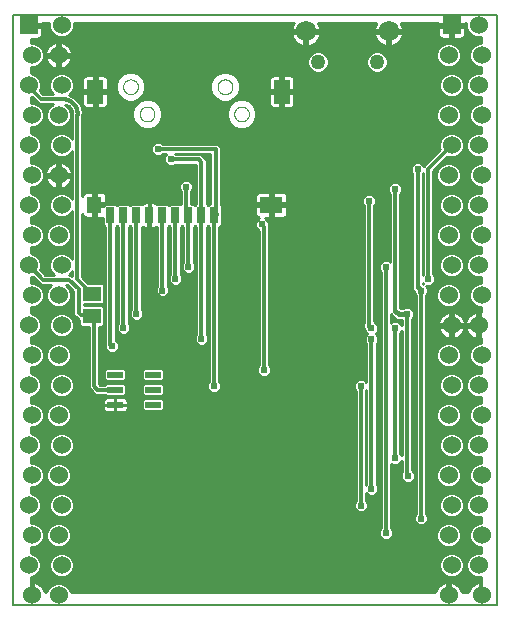
<source format=gbl>
G75*
%MOIN*%
%OFA0B0*%
%FSLAX25Y25*%
%IPPOS*%
%LPD*%
%AMOC8*
5,1,8,0,0,1.08239X$1,22.5*
%
%ADD10C,0.06000*%
%ADD11R,0.06000X0.06000*%
%ADD12C,0.00500*%
%ADD13C,0.06791*%
%ADD14C,0.05020*%
%ADD15R,0.05512X0.07874*%
%ADD16R,0.05039X0.05512*%
%ADD17R,0.07677X0.05512*%
%ADD18R,0.02756X0.05512*%
%ADD19C,0.00000*%
%ADD20R,0.05906X0.05118*%
%ADD21R,0.05236X0.02087*%
%ADD22C,0.01000*%
%ADD23C,0.02400*%
%ADD24C,0.01200*%
%ADD25C,0.01600*%
D10*
X0026936Y0005050D03*
X0035936Y0005050D03*
X0036936Y0015050D03*
X0035936Y0025050D03*
X0026936Y0025050D03*
X0025936Y0015050D03*
X0025936Y0035050D03*
X0026936Y0045050D03*
X0035936Y0045050D03*
X0036936Y0035050D03*
X0036936Y0055050D03*
X0035936Y0065050D03*
X0026936Y0065050D03*
X0025936Y0055050D03*
X0025936Y0075050D03*
X0026936Y0085050D03*
X0035936Y0085050D03*
X0036936Y0075050D03*
X0036936Y0095050D03*
X0035936Y0105050D03*
X0036936Y0115050D03*
X0035936Y0125050D03*
X0026936Y0125050D03*
X0025936Y0115050D03*
X0026936Y0105050D03*
X0025936Y0095050D03*
X0025936Y0135050D03*
X0026936Y0145050D03*
X0035936Y0145050D03*
X0036936Y0135050D03*
X0036936Y0155050D03*
X0035936Y0165050D03*
X0026936Y0165050D03*
X0025936Y0155050D03*
X0025936Y0175050D03*
X0026936Y0185050D03*
X0035936Y0185050D03*
X0036936Y0175050D03*
X0036936Y0195050D03*
X0165936Y0185050D03*
X0166936Y0175050D03*
X0175936Y0175050D03*
X0176936Y0185050D03*
X0175936Y0195050D03*
X0176936Y0165050D03*
X0175936Y0155050D03*
X0166936Y0155050D03*
X0165936Y0145050D03*
X0166936Y0135050D03*
X0175936Y0135050D03*
X0176936Y0125050D03*
X0175936Y0115050D03*
X0166936Y0115050D03*
X0165936Y0105050D03*
X0166936Y0095050D03*
X0175936Y0095050D03*
X0176936Y0085050D03*
X0175936Y0075050D03*
X0166936Y0075050D03*
X0165936Y0065050D03*
X0166936Y0055050D03*
X0175936Y0055050D03*
X0176936Y0045050D03*
X0175936Y0035050D03*
X0166936Y0035050D03*
X0165936Y0045050D03*
X0165936Y0025050D03*
X0166936Y0015050D03*
X0175936Y0015050D03*
X0176936Y0005050D03*
X0165936Y0005050D03*
X0176936Y0025050D03*
X0176936Y0065050D03*
X0165936Y0085050D03*
X0176936Y0105050D03*
X0165936Y0125050D03*
X0176936Y0145050D03*
X0165936Y0165050D03*
D11*
X0166936Y0195050D03*
X0025936Y0195050D03*
D12*
X0020727Y0198475D02*
X0020727Y0001625D01*
X0041869Y0001625D01*
X0159192Y0001625D01*
X0182144Y0001625D01*
X0182144Y0198475D01*
X0159192Y0198475D01*
X0041869Y0198475D01*
X0020727Y0198475D01*
D13*
X0118404Y0193003D03*
X0145963Y0193003D03*
D14*
X0142026Y0182668D03*
X0122341Y0182668D03*
D15*
X0110333Y0172924D03*
X0048129Y0172924D03*
D16*
X0047892Y0135129D03*
D17*
X0106888Y0135129D03*
D18*
X0087892Y0131704D03*
X0083562Y0131704D03*
X0079231Y0131704D03*
X0074900Y0131704D03*
X0070570Y0131704D03*
X0066239Y0131704D03*
X0061908Y0131704D03*
X0057577Y0131704D03*
X0053247Y0131704D03*
D19*
X0062990Y0165444D02*
X0062992Y0165543D01*
X0062998Y0165642D01*
X0063008Y0165741D01*
X0063022Y0165839D01*
X0063040Y0165936D01*
X0063062Y0166033D01*
X0063087Y0166129D01*
X0063117Y0166223D01*
X0063150Y0166317D01*
X0063187Y0166409D01*
X0063228Y0166499D01*
X0063272Y0166588D01*
X0063320Y0166674D01*
X0063371Y0166759D01*
X0063426Y0166842D01*
X0063484Y0166922D01*
X0063545Y0167000D01*
X0063609Y0167076D01*
X0063676Y0167149D01*
X0063746Y0167219D01*
X0063819Y0167286D01*
X0063895Y0167350D01*
X0063973Y0167411D01*
X0064053Y0167469D01*
X0064136Y0167524D01*
X0064220Y0167575D01*
X0064307Y0167623D01*
X0064396Y0167667D01*
X0064486Y0167708D01*
X0064578Y0167745D01*
X0064672Y0167778D01*
X0064766Y0167808D01*
X0064862Y0167833D01*
X0064959Y0167855D01*
X0065056Y0167873D01*
X0065154Y0167887D01*
X0065253Y0167897D01*
X0065352Y0167903D01*
X0065451Y0167905D01*
X0065550Y0167903D01*
X0065649Y0167897D01*
X0065748Y0167887D01*
X0065846Y0167873D01*
X0065943Y0167855D01*
X0066040Y0167833D01*
X0066136Y0167808D01*
X0066230Y0167778D01*
X0066324Y0167745D01*
X0066416Y0167708D01*
X0066506Y0167667D01*
X0066595Y0167623D01*
X0066681Y0167575D01*
X0066766Y0167524D01*
X0066849Y0167469D01*
X0066929Y0167411D01*
X0067007Y0167350D01*
X0067083Y0167286D01*
X0067156Y0167219D01*
X0067226Y0167149D01*
X0067293Y0167076D01*
X0067357Y0167000D01*
X0067418Y0166922D01*
X0067476Y0166842D01*
X0067531Y0166759D01*
X0067582Y0166675D01*
X0067630Y0166588D01*
X0067674Y0166499D01*
X0067715Y0166409D01*
X0067752Y0166317D01*
X0067785Y0166223D01*
X0067815Y0166129D01*
X0067840Y0166033D01*
X0067862Y0165936D01*
X0067880Y0165839D01*
X0067894Y0165741D01*
X0067904Y0165642D01*
X0067910Y0165543D01*
X0067912Y0165444D01*
X0067910Y0165345D01*
X0067904Y0165246D01*
X0067894Y0165147D01*
X0067880Y0165049D01*
X0067862Y0164952D01*
X0067840Y0164855D01*
X0067815Y0164759D01*
X0067785Y0164665D01*
X0067752Y0164571D01*
X0067715Y0164479D01*
X0067674Y0164389D01*
X0067630Y0164300D01*
X0067582Y0164214D01*
X0067531Y0164129D01*
X0067476Y0164046D01*
X0067418Y0163966D01*
X0067357Y0163888D01*
X0067293Y0163812D01*
X0067226Y0163739D01*
X0067156Y0163669D01*
X0067083Y0163602D01*
X0067007Y0163538D01*
X0066929Y0163477D01*
X0066849Y0163419D01*
X0066766Y0163364D01*
X0066682Y0163313D01*
X0066595Y0163265D01*
X0066506Y0163221D01*
X0066416Y0163180D01*
X0066324Y0163143D01*
X0066230Y0163110D01*
X0066136Y0163080D01*
X0066040Y0163055D01*
X0065943Y0163033D01*
X0065846Y0163015D01*
X0065748Y0163001D01*
X0065649Y0162991D01*
X0065550Y0162985D01*
X0065451Y0162983D01*
X0065352Y0162985D01*
X0065253Y0162991D01*
X0065154Y0163001D01*
X0065056Y0163015D01*
X0064959Y0163033D01*
X0064862Y0163055D01*
X0064766Y0163080D01*
X0064672Y0163110D01*
X0064578Y0163143D01*
X0064486Y0163180D01*
X0064396Y0163221D01*
X0064307Y0163265D01*
X0064221Y0163313D01*
X0064136Y0163364D01*
X0064053Y0163419D01*
X0063973Y0163477D01*
X0063895Y0163538D01*
X0063819Y0163602D01*
X0063746Y0163669D01*
X0063676Y0163739D01*
X0063609Y0163812D01*
X0063545Y0163888D01*
X0063484Y0163966D01*
X0063426Y0164046D01*
X0063371Y0164129D01*
X0063320Y0164213D01*
X0063272Y0164300D01*
X0063228Y0164389D01*
X0063187Y0164479D01*
X0063150Y0164571D01*
X0063117Y0164665D01*
X0063087Y0164759D01*
X0063062Y0164855D01*
X0063040Y0164952D01*
X0063022Y0165049D01*
X0063008Y0165147D01*
X0062998Y0165246D01*
X0062992Y0165345D01*
X0062990Y0165444D01*
X0057479Y0174499D02*
X0057481Y0174598D01*
X0057487Y0174697D01*
X0057497Y0174796D01*
X0057511Y0174894D01*
X0057529Y0174991D01*
X0057551Y0175088D01*
X0057576Y0175184D01*
X0057606Y0175278D01*
X0057639Y0175372D01*
X0057676Y0175464D01*
X0057717Y0175554D01*
X0057761Y0175643D01*
X0057809Y0175729D01*
X0057860Y0175814D01*
X0057915Y0175897D01*
X0057973Y0175977D01*
X0058034Y0176055D01*
X0058098Y0176131D01*
X0058165Y0176204D01*
X0058235Y0176274D01*
X0058308Y0176341D01*
X0058384Y0176405D01*
X0058462Y0176466D01*
X0058542Y0176524D01*
X0058625Y0176579D01*
X0058709Y0176630D01*
X0058796Y0176678D01*
X0058885Y0176722D01*
X0058975Y0176763D01*
X0059067Y0176800D01*
X0059161Y0176833D01*
X0059255Y0176863D01*
X0059351Y0176888D01*
X0059448Y0176910D01*
X0059545Y0176928D01*
X0059643Y0176942D01*
X0059742Y0176952D01*
X0059841Y0176958D01*
X0059940Y0176960D01*
X0060039Y0176958D01*
X0060138Y0176952D01*
X0060237Y0176942D01*
X0060335Y0176928D01*
X0060432Y0176910D01*
X0060529Y0176888D01*
X0060625Y0176863D01*
X0060719Y0176833D01*
X0060813Y0176800D01*
X0060905Y0176763D01*
X0060995Y0176722D01*
X0061084Y0176678D01*
X0061170Y0176630D01*
X0061255Y0176579D01*
X0061338Y0176524D01*
X0061418Y0176466D01*
X0061496Y0176405D01*
X0061572Y0176341D01*
X0061645Y0176274D01*
X0061715Y0176204D01*
X0061782Y0176131D01*
X0061846Y0176055D01*
X0061907Y0175977D01*
X0061965Y0175897D01*
X0062020Y0175814D01*
X0062071Y0175730D01*
X0062119Y0175643D01*
X0062163Y0175554D01*
X0062204Y0175464D01*
X0062241Y0175372D01*
X0062274Y0175278D01*
X0062304Y0175184D01*
X0062329Y0175088D01*
X0062351Y0174991D01*
X0062369Y0174894D01*
X0062383Y0174796D01*
X0062393Y0174697D01*
X0062399Y0174598D01*
X0062401Y0174499D01*
X0062399Y0174400D01*
X0062393Y0174301D01*
X0062383Y0174202D01*
X0062369Y0174104D01*
X0062351Y0174007D01*
X0062329Y0173910D01*
X0062304Y0173814D01*
X0062274Y0173720D01*
X0062241Y0173626D01*
X0062204Y0173534D01*
X0062163Y0173444D01*
X0062119Y0173355D01*
X0062071Y0173269D01*
X0062020Y0173184D01*
X0061965Y0173101D01*
X0061907Y0173021D01*
X0061846Y0172943D01*
X0061782Y0172867D01*
X0061715Y0172794D01*
X0061645Y0172724D01*
X0061572Y0172657D01*
X0061496Y0172593D01*
X0061418Y0172532D01*
X0061338Y0172474D01*
X0061255Y0172419D01*
X0061171Y0172368D01*
X0061084Y0172320D01*
X0060995Y0172276D01*
X0060905Y0172235D01*
X0060813Y0172198D01*
X0060719Y0172165D01*
X0060625Y0172135D01*
X0060529Y0172110D01*
X0060432Y0172088D01*
X0060335Y0172070D01*
X0060237Y0172056D01*
X0060138Y0172046D01*
X0060039Y0172040D01*
X0059940Y0172038D01*
X0059841Y0172040D01*
X0059742Y0172046D01*
X0059643Y0172056D01*
X0059545Y0172070D01*
X0059448Y0172088D01*
X0059351Y0172110D01*
X0059255Y0172135D01*
X0059161Y0172165D01*
X0059067Y0172198D01*
X0058975Y0172235D01*
X0058885Y0172276D01*
X0058796Y0172320D01*
X0058710Y0172368D01*
X0058625Y0172419D01*
X0058542Y0172474D01*
X0058462Y0172532D01*
X0058384Y0172593D01*
X0058308Y0172657D01*
X0058235Y0172724D01*
X0058165Y0172794D01*
X0058098Y0172867D01*
X0058034Y0172943D01*
X0057973Y0173021D01*
X0057915Y0173101D01*
X0057860Y0173184D01*
X0057809Y0173268D01*
X0057761Y0173355D01*
X0057717Y0173444D01*
X0057676Y0173534D01*
X0057639Y0173626D01*
X0057606Y0173720D01*
X0057576Y0173814D01*
X0057551Y0173910D01*
X0057529Y0174007D01*
X0057511Y0174104D01*
X0057497Y0174202D01*
X0057487Y0174301D01*
X0057481Y0174400D01*
X0057479Y0174499D01*
X0088975Y0174499D02*
X0088977Y0174598D01*
X0088983Y0174697D01*
X0088993Y0174796D01*
X0089007Y0174894D01*
X0089025Y0174991D01*
X0089047Y0175088D01*
X0089072Y0175184D01*
X0089102Y0175278D01*
X0089135Y0175372D01*
X0089172Y0175464D01*
X0089213Y0175554D01*
X0089257Y0175643D01*
X0089305Y0175729D01*
X0089356Y0175814D01*
X0089411Y0175897D01*
X0089469Y0175977D01*
X0089530Y0176055D01*
X0089594Y0176131D01*
X0089661Y0176204D01*
X0089731Y0176274D01*
X0089804Y0176341D01*
X0089880Y0176405D01*
X0089958Y0176466D01*
X0090038Y0176524D01*
X0090121Y0176579D01*
X0090205Y0176630D01*
X0090292Y0176678D01*
X0090381Y0176722D01*
X0090471Y0176763D01*
X0090563Y0176800D01*
X0090657Y0176833D01*
X0090751Y0176863D01*
X0090847Y0176888D01*
X0090944Y0176910D01*
X0091041Y0176928D01*
X0091139Y0176942D01*
X0091238Y0176952D01*
X0091337Y0176958D01*
X0091436Y0176960D01*
X0091535Y0176958D01*
X0091634Y0176952D01*
X0091733Y0176942D01*
X0091831Y0176928D01*
X0091928Y0176910D01*
X0092025Y0176888D01*
X0092121Y0176863D01*
X0092215Y0176833D01*
X0092309Y0176800D01*
X0092401Y0176763D01*
X0092491Y0176722D01*
X0092580Y0176678D01*
X0092666Y0176630D01*
X0092751Y0176579D01*
X0092834Y0176524D01*
X0092914Y0176466D01*
X0092992Y0176405D01*
X0093068Y0176341D01*
X0093141Y0176274D01*
X0093211Y0176204D01*
X0093278Y0176131D01*
X0093342Y0176055D01*
X0093403Y0175977D01*
X0093461Y0175897D01*
X0093516Y0175814D01*
X0093567Y0175730D01*
X0093615Y0175643D01*
X0093659Y0175554D01*
X0093700Y0175464D01*
X0093737Y0175372D01*
X0093770Y0175278D01*
X0093800Y0175184D01*
X0093825Y0175088D01*
X0093847Y0174991D01*
X0093865Y0174894D01*
X0093879Y0174796D01*
X0093889Y0174697D01*
X0093895Y0174598D01*
X0093897Y0174499D01*
X0093895Y0174400D01*
X0093889Y0174301D01*
X0093879Y0174202D01*
X0093865Y0174104D01*
X0093847Y0174007D01*
X0093825Y0173910D01*
X0093800Y0173814D01*
X0093770Y0173720D01*
X0093737Y0173626D01*
X0093700Y0173534D01*
X0093659Y0173444D01*
X0093615Y0173355D01*
X0093567Y0173269D01*
X0093516Y0173184D01*
X0093461Y0173101D01*
X0093403Y0173021D01*
X0093342Y0172943D01*
X0093278Y0172867D01*
X0093211Y0172794D01*
X0093141Y0172724D01*
X0093068Y0172657D01*
X0092992Y0172593D01*
X0092914Y0172532D01*
X0092834Y0172474D01*
X0092751Y0172419D01*
X0092667Y0172368D01*
X0092580Y0172320D01*
X0092491Y0172276D01*
X0092401Y0172235D01*
X0092309Y0172198D01*
X0092215Y0172165D01*
X0092121Y0172135D01*
X0092025Y0172110D01*
X0091928Y0172088D01*
X0091831Y0172070D01*
X0091733Y0172056D01*
X0091634Y0172046D01*
X0091535Y0172040D01*
X0091436Y0172038D01*
X0091337Y0172040D01*
X0091238Y0172046D01*
X0091139Y0172056D01*
X0091041Y0172070D01*
X0090944Y0172088D01*
X0090847Y0172110D01*
X0090751Y0172135D01*
X0090657Y0172165D01*
X0090563Y0172198D01*
X0090471Y0172235D01*
X0090381Y0172276D01*
X0090292Y0172320D01*
X0090206Y0172368D01*
X0090121Y0172419D01*
X0090038Y0172474D01*
X0089958Y0172532D01*
X0089880Y0172593D01*
X0089804Y0172657D01*
X0089731Y0172724D01*
X0089661Y0172794D01*
X0089594Y0172867D01*
X0089530Y0172943D01*
X0089469Y0173021D01*
X0089411Y0173101D01*
X0089356Y0173184D01*
X0089305Y0173268D01*
X0089257Y0173355D01*
X0089213Y0173444D01*
X0089172Y0173534D01*
X0089135Y0173626D01*
X0089102Y0173720D01*
X0089072Y0173814D01*
X0089047Y0173910D01*
X0089025Y0174007D01*
X0089007Y0174104D01*
X0088993Y0174202D01*
X0088983Y0174301D01*
X0088977Y0174400D01*
X0088975Y0174499D01*
X0094487Y0165444D02*
X0094489Y0165543D01*
X0094495Y0165642D01*
X0094505Y0165741D01*
X0094519Y0165839D01*
X0094537Y0165936D01*
X0094559Y0166033D01*
X0094584Y0166129D01*
X0094614Y0166223D01*
X0094647Y0166317D01*
X0094684Y0166409D01*
X0094725Y0166499D01*
X0094769Y0166588D01*
X0094817Y0166674D01*
X0094868Y0166759D01*
X0094923Y0166842D01*
X0094981Y0166922D01*
X0095042Y0167000D01*
X0095106Y0167076D01*
X0095173Y0167149D01*
X0095243Y0167219D01*
X0095316Y0167286D01*
X0095392Y0167350D01*
X0095470Y0167411D01*
X0095550Y0167469D01*
X0095633Y0167524D01*
X0095717Y0167575D01*
X0095804Y0167623D01*
X0095893Y0167667D01*
X0095983Y0167708D01*
X0096075Y0167745D01*
X0096169Y0167778D01*
X0096263Y0167808D01*
X0096359Y0167833D01*
X0096456Y0167855D01*
X0096553Y0167873D01*
X0096651Y0167887D01*
X0096750Y0167897D01*
X0096849Y0167903D01*
X0096948Y0167905D01*
X0097047Y0167903D01*
X0097146Y0167897D01*
X0097245Y0167887D01*
X0097343Y0167873D01*
X0097440Y0167855D01*
X0097537Y0167833D01*
X0097633Y0167808D01*
X0097727Y0167778D01*
X0097821Y0167745D01*
X0097913Y0167708D01*
X0098003Y0167667D01*
X0098092Y0167623D01*
X0098178Y0167575D01*
X0098263Y0167524D01*
X0098346Y0167469D01*
X0098426Y0167411D01*
X0098504Y0167350D01*
X0098580Y0167286D01*
X0098653Y0167219D01*
X0098723Y0167149D01*
X0098790Y0167076D01*
X0098854Y0167000D01*
X0098915Y0166922D01*
X0098973Y0166842D01*
X0099028Y0166759D01*
X0099079Y0166675D01*
X0099127Y0166588D01*
X0099171Y0166499D01*
X0099212Y0166409D01*
X0099249Y0166317D01*
X0099282Y0166223D01*
X0099312Y0166129D01*
X0099337Y0166033D01*
X0099359Y0165936D01*
X0099377Y0165839D01*
X0099391Y0165741D01*
X0099401Y0165642D01*
X0099407Y0165543D01*
X0099409Y0165444D01*
X0099407Y0165345D01*
X0099401Y0165246D01*
X0099391Y0165147D01*
X0099377Y0165049D01*
X0099359Y0164952D01*
X0099337Y0164855D01*
X0099312Y0164759D01*
X0099282Y0164665D01*
X0099249Y0164571D01*
X0099212Y0164479D01*
X0099171Y0164389D01*
X0099127Y0164300D01*
X0099079Y0164214D01*
X0099028Y0164129D01*
X0098973Y0164046D01*
X0098915Y0163966D01*
X0098854Y0163888D01*
X0098790Y0163812D01*
X0098723Y0163739D01*
X0098653Y0163669D01*
X0098580Y0163602D01*
X0098504Y0163538D01*
X0098426Y0163477D01*
X0098346Y0163419D01*
X0098263Y0163364D01*
X0098179Y0163313D01*
X0098092Y0163265D01*
X0098003Y0163221D01*
X0097913Y0163180D01*
X0097821Y0163143D01*
X0097727Y0163110D01*
X0097633Y0163080D01*
X0097537Y0163055D01*
X0097440Y0163033D01*
X0097343Y0163015D01*
X0097245Y0163001D01*
X0097146Y0162991D01*
X0097047Y0162985D01*
X0096948Y0162983D01*
X0096849Y0162985D01*
X0096750Y0162991D01*
X0096651Y0163001D01*
X0096553Y0163015D01*
X0096456Y0163033D01*
X0096359Y0163055D01*
X0096263Y0163080D01*
X0096169Y0163110D01*
X0096075Y0163143D01*
X0095983Y0163180D01*
X0095893Y0163221D01*
X0095804Y0163265D01*
X0095718Y0163313D01*
X0095633Y0163364D01*
X0095550Y0163419D01*
X0095470Y0163477D01*
X0095392Y0163538D01*
X0095316Y0163602D01*
X0095243Y0163669D01*
X0095173Y0163739D01*
X0095106Y0163812D01*
X0095042Y0163888D01*
X0094981Y0163966D01*
X0094923Y0164046D01*
X0094868Y0164129D01*
X0094817Y0164213D01*
X0094769Y0164300D01*
X0094725Y0164389D01*
X0094684Y0164479D01*
X0094647Y0164571D01*
X0094614Y0164665D01*
X0094584Y0164759D01*
X0094559Y0164855D01*
X0094537Y0164952D01*
X0094519Y0165049D01*
X0094505Y0165147D01*
X0094495Y0165246D01*
X0094489Y0165345D01*
X0094487Y0165444D01*
D20*
X0046948Y0105601D03*
X0046948Y0098121D03*
D21*
X0054821Y0078515D03*
X0054821Y0073515D03*
X0054821Y0068515D03*
X0067421Y0068515D03*
X0067421Y0073515D03*
X0067421Y0078515D03*
D22*
X0070494Y0080658D02*
X0064347Y0080658D01*
X0063703Y0080014D01*
X0063703Y0077016D01*
X0064347Y0076371D01*
X0070494Y0076371D01*
X0071139Y0077016D01*
X0071139Y0080014D01*
X0070494Y0080658D01*
X0071139Y0079842D02*
X0086192Y0079842D01*
X0086192Y0080840D02*
X0049435Y0080840D01*
X0049435Y0079842D02*
X0051103Y0079842D01*
X0051103Y0080014D02*
X0051103Y0077016D01*
X0051747Y0076371D01*
X0057894Y0076371D01*
X0058539Y0077016D01*
X0058539Y0080014D01*
X0057894Y0080658D01*
X0051747Y0080658D01*
X0051103Y0080014D01*
X0051103Y0078843D02*
X0049435Y0078843D01*
X0049435Y0077845D02*
X0051103Y0077845D01*
X0051272Y0076846D02*
X0049435Y0076846D01*
X0049435Y0075848D02*
X0085792Y0075848D01*
X0085592Y0075648D02*
X0085592Y0073743D01*
X0086940Y0072396D01*
X0088845Y0072396D01*
X0090192Y0073743D01*
X0090192Y0075648D01*
X0089592Y0076248D01*
X0089592Y0127848D01*
X0089726Y0127848D01*
X0090370Y0128492D01*
X0090370Y0134915D01*
X0089986Y0135299D01*
X0089986Y0154534D01*
X0088990Y0155530D01*
X0070547Y0155530D01*
X0069947Y0156130D01*
X0068042Y0156130D01*
X0066695Y0154782D01*
X0066695Y0152877D01*
X0068042Y0151530D01*
X0069947Y0151530D01*
X0070547Y0152130D01*
X0071916Y0152130D01*
X0071025Y0151239D01*
X0071025Y0149334D01*
X0072373Y0147986D01*
X0074278Y0147986D01*
X0074878Y0148586D01*
X0081862Y0148586D01*
X0081862Y0135559D01*
X0081728Y0135559D01*
X0081396Y0135228D01*
X0081065Y0135559D01*
X0080144Y0135559D01*
X0080144Y0139678D01*
X0080744Y0140278D01*
X0080744Y0142184D01*
X0079396Y0143531D01*
X0077491Y0143531D01*
X0076144Y0142184D01*
X0076144Y0140278D01*
X0076744Y0139678D01*
X0076744Y0135550D01*
X0076734Y0135559D01*
X0073067Y0135559D01*
X0072735Y0135228D01*
X0072403Y0135559D01*
X0068736Y0135559D01*
X0068687Y0135511D01*
X0068538Y0135660D01*
X0068196Y0135857D01*
X0067814Y0135959D01*
X0066428Y0135959D01*
X0066428Y0131893D01*
X0066050Y0131893D01*
X0066050Y0135959D01*
X0064663Y0135959D01*
X0064282Y0135857D01*
X0063940Y0135660D01*
X0063791Y0135511D01*
X0063742Y0135559D01*
X0060075Y0135559D01*
X0059743Y0135228D01*
X0059411Y0135559D01*
X0055744Y0135559D01*
X0055412Y0135228D01*
X0055080Y0135559D01*
X0051413Y0135559D01*
X0050769Y0134915D01*
X0050769Y0134629D01*
X0048392Y0134629D01*
X0048392Y0130873D01*
X0050610Y0130873D01*
X0050769Y0130916D01*
X0050769Y0128492D01*
X0051413Y0127848D01*
X0051547Y0127848D01*
X0051547Y0089240D01*
X0051340Y0089034D01*
X0051340Y0087129D01*
X0052688Y0085781D01*
X0054593Y0085781D01*
X0055940Y0087129D01*
X0055940Y0089034D01*
X0054947Y0090028D01*
X0054947Y0127848D01*
X0055080Y0127848D01*
X0055412Y0128179D01*
X0055744Y0127848D01*
X0055877Y0127848D01*
X0055877Y0095540D01*
X0055277Y0094940D01*
X0055277Y0093034D01*
X0056625Y0091687D01*
X0058530Y0091687D01*
X0059877Y0093034D01*
X0059877Y0094940D01*
X0059277Y0095540D01*
X0059277Y0127848D01*
X0059411Y0127848D01*
X0059743Y0128179D01*
X0060075Y0127848D01*
X0060208Y0127848D01*
X0060208Y0100264D01*
X0059608Y0099664D01*
X0059608Y0097759D01*
X0060955Y0096411D01*
X0062861Y0096411D01*
X0064208Y0097759D01*
X0064208Y0099664D01*
X0063608Y0100264D01*
X0063608Y0127848D01*
X0063742Y0127848D01*
X0063791Y0127897D01*
X0063940Y0127747D01*
X0064282Y0127550D01*
X0064663Y0127448D01*
X0066050Y0127448D01*
X0066050Y0131514D01*
X0066428Y0131514D01*
X0066428Y0127448D01*
X0067814Y0127448D01*
X0068196Y0127550D01*
X0068538Y0127747D01*
X0068687Y0127897D01*
X0068736Y0127848D01*
X0068870Y0127848D01*
X0068870Y0108138D01*
X0068270Y0107538D01*
X0068270Y0105633D01*
X0069617Y0104285D01*
X0071522Y0104285D01*
X0072870Y0105633D01*
X0072870Y0107538D01*
X0072270Y0108138D01*
X0072270Y0127848D01*
X0072403Y0127848D01*
X0072735Y0128179D01*
X0073067Y0127848D01*
X0073200Y0127848D01*
X0073200Y0112075D01*
X0072600Y0111475D01*
X0072600Y0109570D01*
X0073948Y0108222D01*
X0075853Y0108222D01*
X0077200Y0109570D01*
X0077200Y0111475D01*
X0076600Y0112075D01*
X0076600Y0127848D01*
X0076734Y0127848D01*
X0077066Y0128179D01*
X0077397Y0127848D01*
X0077531Y0127848D01*
X0077531Y0116012D01*
X0076931Y0115412D01*
X0076931Y0113507D01*
X0078278Y0112159D01*
X0080184Y0112159D01*
X0081531Y0113507D01*
X0081531Y0115412D01*
X0080931Y0116012D01*
X0080931Y0127848D01*
X0081065Y0127848D01*
X0081396Y0128179D01*
X0081728Y0127848D01*
X0081862Y0127848D01*
X0081862Y0091996D01*
X0081262Y0091396D01*
X0081262Y0089491D01*
X0082609Y0088144D01*
X0084514Y0088144D01*
X0085862Y0089491D01*
X0085862Y0091396D01*
X0085262Y0091996D01*
X0085262Y0127848D01*
X0085395Y0127848D01*
X0085727Y0128179D01*
X0086059Y0127848D01*
X0086192Y0127848D01*
X0086192Y0076248D01*
X0085592Y0075648D01*
X0085592Y0074849D02*
X0071139Y0074849D01*
X0071139Y0075014D02*
X0070494Y0075658D01*
X0064347Y0075658D01*
X0063703Y0075014D01*
X0063703Y0072016D01*
X0064347Y0071371D01*
X0070494Y0071371D01*
X0071139Y0072016D01*
X0071139Y0075014D01*
X0071139Y0073851D02*
X0085592Y0073851D01*
X0086483Y0072852D02*
X0071139Y0072852D01*
X0070977Y0071853D02*
X0135011Y0071853D01*
X0135011Y0070855D02*
X0058192Y0070855D01*
X0058360Y0070758D02*
X0058018Y0070956D01*
X0057636Y0071058D01*
X0054842Y0071058D01*
X0054842Y0068536D01*
X0054799Y0068536D01*
X0054799Y0068493D01*
X0050703Y0068493D01*
X0050703Y0067274D01*
X0050805Y0066892D01*
X0051002Y0066550D01*
X0051282Y0066271D01*
X0051624Y0066073D01*
X0052005Y0065971D01*
X0054799Y0065971D01*
X0054799Y0068493D01*
X0054842Y0068493D01*
X0054842Y0065971D01*
X0057636Y0065971D01*
X0058018Y0066073D01*
X0058360Y0066271D01*
X0058639Y0066550D01*
X0058837Y0066892D01*
X0058939Y0067274D01*
X0058939Y0068493D01*
X0054842Y0068493D01*
X0054842Y0068536D01*
X0058939Y0068536D01*
X0058939Y0069755D01*
X0058837Y0070137D01*
X0058639Y0070479D01*
X0058360Y0070758D01*
X0057894Y0071371D02*
X0058539Y0072016D01*
X0058539Y0075014D01*
X0057894Y0075658D01*
X0051747Y0075658D01*
X0051304Y0075215D01*
X0049620Y0075215D01*
X0049435Y0075400D01*
X0049435Y0094462D01*
X0050356Y0094462D01*
X0051000Y0095106D01*
X0051000Y0101136D01*
X0050356Y0101780D01*
X0044317Y0101780D01*
X0044317Y0101942D01*
X0050356Y0101942D01*
X0051000Y0102586D01*
X0051000Y0108616D01*
X0050356Y0109260D01*
X0045693Y0109260D01*
X0043923Y0111030D01*
X0043923Y0131987D01*
X0043975Y0131794D01*
X0044172Y0131452D01*
X0044452Y0131173D01*
X0044794Y0130975D01*
X0045175Y0130873D01*
X0047392Y0130873D01*
X0047392Y0134629D01*
X0048392Y0134629D01*
X0048392Y0135629D01*
X0047392Y0135629D01*
X0047392Y0139385D01*
X0045175Y0139385D01*
X0044794Y0139282D01*
X0044452Y0139085D01*
X0044172Y0138806D01*
X0043975Y0138464D01*
X0043923Y0138270D01*
X0043923Y0164722D01*
X0044120Y0165995D01*
X0044120Y0165995D01*
X0043343Y0168725D01*
X0041496Y0170879D01*
X0041496Y0170879D01*
X0041496Y0170879D01*
X0039487Y0171803D01*
X0040411Y0172728D01*
X0041036Y0174234D01*
X0041036Y0175866D01*
X0040411Y0177372D01*
X0039258Y0178526D01*
X0037751Y0179150D01*
X0036120Y0179150D01*
X0034613Y0178526D01*
X0033460Y0177372D01*
X0032836Y0175866D01*
X0032836Y0174234D01*
X0033460Y0172728D01*
X0034122Y0172065D01*
X0030723Y0172065D01*
X0029601Y0173186D01*
X0030036Y0174234D01*
X0030036Y0175866D01*
X0029411Y0177372D01*
X0028258Y0178526D01*
X0026908Y0179085D01*
X0026908Y0180950D01*
X0027751Y0180950D01*
X0029258Y0181574D01*
X0030411Y0182728D01*
X0031036Y0184234D01*
X0031036Y0185866D01*
X0030411Y0187372D01*
X0029258Y0188526D01*
X0027751Y0189150D01*
X0026908Y0189150D01*
X0026908Y0190550D01*
X0029133Y0190550D01*
X0029515Y0190652D01*
X0029857Y0190850D01*
X0030136Y0191129D01*
X0030333Y0191471D01*
X0030436Y0191853D01*
X0030436Y0194550D01*
X0026908Y0194550D01*
X0026908Y0195550D01*
X0030436Y0195550D01*
X0030436Y0195725D01*
X0032836Y0195725D01*
X0032836Y0194234D01*
X0033460Y0192728D01*
X0034613Y0191574D01*
X0036120Y0190950D01*
X0037751Y0190950D01*
X0039258Y0191574D01*
X0040411Y0192728D01*
X0041036Y0194234D01*
X0041036Y0195725D01*
X0114331Y0195725D01*
X0114217Y0195569D01*
X0113867Y0194882D01*
X0113629Y0194149D01*
X0113527Y0193503D01*
X0117904Y0193503D01*
X0117904Y0192503D01*
X0113527Y0192503D01*
X0113629Y0191856D01*
X0113867Y0191123D01*
X0114217Y0190437D01*
X0114670Y0189813D01*
X0115215Y0189269D01*
X0115838Y0188816D01*
X0116525Y0188466D01*
X0117258Y0188228D01*
X0117904Y0188125D01*
X0117904Y0192503D01*
X0118904Y0192503D01*
X0118904Y0193503D01*
X0123282Y0193503D01*
X0123179Y0194149D01*
X0122941Y0194882D01*
X0122591Y0195569D01*
X0122478Y0195725D01*
X0141890Y0195725D01*
X0141776Y0195569D01*
X0141426Y0194882D01*
X0141188Y0194149D01*
X0141086Y0193503D01*
X0145463Y0193503D01*
X0145463Y0192503D01*
X0141086Y0192503D01*
X0141188Y0191856D01*
X0141426Y0191123D01*
X0141776Y0190437D01*
X0142229Y0189813D01*
X0142774Y0189269D01*
X0143397Y0188816D01*
X0144084Y0188466D01*
X0144817Y0188228D01*
X0145463Y0188125D01*
X0145463Y0192503D01*
X0146463Y0192503D01*
X0146463Y0188125D01*
X0147110Y0188228D01*
X0147843Y0188466D01*
X0148529Y0188816D01*
X0149153Y0189269D01*
X0149697Y0189813D01*
X0150150Y0190437D01*
X0150500Y0191123D01*
X0150738Y0191856D01*
X0150841Y0192503D01*
X0146463Y0192503D01*
X0146463Y0193503D01*
X0150841Y0193503D01*
X0150738Y0194149D01*
X0150500Y0194882D01*
X0150150Y0195569D01*
X0150037Y0195725D01*
X0162436Y0195725D01*
X0162436Y0195550D01*
X0166436Y0195550D01*
X0166436Y0194550D01*
X0167436Y0194550D01*
X0167436Y0195550D01*
X0171436Y0195550D01*
X0171436Y0195725D01*
X0171836Y0195725D01*
X0171836Y0194234D01*
X0172460Y0192728D01*
X0173613Y0191574D01*
X0175120Y0190950D01*
X0176751Y0190950D01*
X0176908Y0191015D01*
X0176908Y0189150D01*
X0176120Y0189150D01*
X0174613Y0188526D01*
X0173460Y0187372D01*
X0172836Y0185866D01*
X0172836Y0184234D01*
X0173460Y0182728D01*
X0174613Y0181574D01*
X0176120Y0180950D01*
X0176908Y0180950D01*
X0176908Y0179085D01*
X0176751Y0179150D01*
X0175120Y0179150D01*
X0173613Y0178526D01*
X0172460Y0177372D01*
X0171836Y0175866D01*
X0171836Y0174234D01*
X0172460Y0172728D01*
X0173613Y0171574D01*
X0175120Y0170950D01*
X0176751Y0170950D01*
X0176908Y0171015D01*
X0176908Y0169150D01*
X0176120Y0169150D01*
X0174613Y0168526D01*
X0173460Y0167372D01*
X0172836Y0165866D01*
X0172836Y0164234D01*
X0173460Y0162728D01*
X0174613Y0161574D01*
X0176120Y0160950D01*
X0176908Y0160950D01*
X0176908Y0159085D01*
X0176751Y0159150D01*
X0175120Y0159150D01*
X0173613Y0158526D01*
X0172460Y0157372D01*
X0171836Y0155866D01*
X0171836Y0154234D01*
X0172460Y0152728D01*
X0173613Y0151574D01*
X0175120Y0150950D01*
X0176751Y0150950D01*
X0176908Y0151015D01*
X0176908Y0149150D01*
X0176120Y0149150D01*
X0174613Y0148526D01*
X0173460Y0147372D01*
X0172836Y0145866D01*
X0172836Y0144234D01*
X0173460Y0142728D01*
X0174613Y0141574D01*
X0176120Y0140950D01*
X0176908Y0140950D01*
X0176908Y0139085D01*
X0176751Y0139150D01*
X0175120Y0139150D01*
X0173613Y0138526D01*
X0172460Y0137372D01*
X0171836Y0135866D01*
X0171836Y0134234D01*
X0172460Y0132728D01*
X0173613Y0131574D01*
X0175120Y0130950D01*
X0176751Y0130950D01*
X0176908Y0131015D01*
X0176908Y0129150D01*
X0176120Y0129150D01*
X0174613Y0128526D01*
X0173460Y0127372D01*
X0172836Y0125866D01*
X0172836Y0124234D01*
X0173460Y0122728D01*
X0174613Y0121574D01*
X0176120Y0120950D01*
X0176908Y0120950D01*
X0176908Y0119085D01*
X0176751Y0119150D01*
X0175120Y0119150D01*
X0173613Y0118526D01*
X0172460Y0117372D01*
X0171836Y0115866D01*
X0171836Y0114234D01*
X0172460Y0112728D01*
X0173613Y0111574D01*
X0175120Y0110950D01*
X0176751Y0110950D01*
X0176908Y0111015D01*
X0176908Y0109150D01*
X0176120Y0109150D01*
X0174613Y0108526D01*
X0173460Y0107372D01*
X0172836Y0105866D01*
X0172836Y0104234D01*
X0173460Y0102728D01*
X0174613Y0101574D01*
X0176120Y0100950D01*
X0176908Y0100950D01*
X0176908Y0099452D01*
X0176436Y0099527D01*
X0176436Y0095550D01*
X0175436Y0095550D01*
X0175436Y0099527D01*
X0174882Y0099439D01*
X0174208Y0099220D01*
X0173577Y0098899D01*
X0173004Y0098482D01*
X0172503Y0097982D01*
X0172087Y0097409D01*
X0171765Y0096777D01*
X0171546Y0096104D01*
X0171459Y0095550D01*
X0175436Y0095550D01*
X0175436Y0094550D01*
X0176436Y0094550D01*
X0176436Y0090573D01*
X0176908Y0090648D01*
X0176908Y0089150D01*
X0176120Y0089150D01*
X0174613Y0088526D01*
X0173460Y0087372D01*
X0172836Y0085866D01*
X0172836Y0084234D01*
X0173460Y0082728D01*
X0174613Y0081574D01*
X0176120Y0080950D01*
X0176908Y0080950D01*
X0176908Y0079085D01*
X0176751Y0079150D01*
X0175120Y0079150D01*
X0173613Y0078526D01*
X0172460Y0077372D01*
X0171836Y0075866D01*
X0171836Y0074234D01*
X0172460Y0072728D01*
X0173613Y0071574D01*
X0175120Y0070950D01*
X0176751Y0070950D01*
X0176908Y0071015D01*
X0176908Y0069150D01*
X0176120Y0069150D01*
X0174613Y0068526D01*
X0173460Y0067372D01*
X0172836Y0065866D01*
X0172836Y0064234D01*
X0173460Y0062728D01*
X0174613Y0061574D01*
X0176120Y0060950D01*
X0176908Y0060950D01*
X0176908Y0059085D01*
X0176751Y0059150D01*
X0175120Y0059150D01*
X0173613Y0058526D01*
X0172460Y0057372D01*
X0171836Y0055866D01*
X0171836Y0054234D01*
X0172460Y0052728D01*
X0173613Y0051574D01*
X0175120Y0050950D01*
X0176751Y0050950D01*
X0176908Y0051015D01*
X0176908Y0049150D01*
X0176120Y0049150D01*
X0174613Y0048526D01*
X0173460Y0047372D01*
X0172836Y0045866D01*
X0172836Y0044234D01*
X0173460Y0042728D01*
X0174613Y0041574D01*
X0176120Y0040950D01*
X0176908Y0040950D01*
X0176908Y0039085D01*
X0176751Y0039150D01*
X0175120Y0039150D01*
X0173613Y0038526D01*
X0172460Y0037372D01*
X0171836Y0035866D01*
X0171836Y0034234D01*
X0172460Y0032728D01*
X0173613Y0031574D01*
X0175120Y0030950D01*
X0176751Y0030950D01*
X0176908Y0031015D01*
X0176908Y0029150D01*
X0176120Y0029150D01*
X0174613Y0028526D01*
X0173460Y0027372D01*
X0172836Y0025866D01*
X0172836Y0024234D01*
X0173460Y0022728D01*
X0174613Y0021574D01*
X0176120Y0020950D01*
X0176908Y0020950D01*
X0176908Y0019085D01*
X0176751Y0019150D01*
X0175120Y0019150D01*
X0173613Y0018526D01*
X0172460Y0017372D01*
X0171836Y0015866D01*
X0171836Y0014234D01*
X0172460Y0012728D01*
X0173613Y0011574D01*
X0175120Y0010950D01*
X0176751Y0010950D01*
X0176908Y0011015D01*
X0176908Y0006034D01*
X0176436Y0006034D01*
X0176436Y0009527D01*
X0175882Y0009439D01*
X0175208Y0009220D01*
X0174577Y0008899D01*
X0174004Y0008482D01*
X0173503Y0007982D01*
X0173087Y0007409D01*
X0172765Y0006777D01*
X0172546Y0006104D01*
X0172535Y0006034D01*
X0170336Y0006034D01*
X0170325Y0006104D01*
X0170106Y0006777D01*
X0169784Y0007409D01*
X0169368Y0007982D01*
X0168867Y0008482D01*
X0168294Y0008899D01*
X0167663Y0009220D01*
X0166989Y0009439D01*
X0166436Y0009527D01*
X0166436Y0006034D01*
X0165436Y0006034D01*
X0165436Y0009527D01*
X0164882Y0009439D01*
X0164208Y0009220D01*
X0163577Y0008899D01*
X0163004Y0008482D01*
X0162503Y0007982D01*
X0162087Y0007409D01*
X0161765Y0006777D01*
X0161546Y0006104D01*
X0161535Y0006034D01*
X0039966Y0006034D01*
X0039411Y0007372D01*
X0038258Y0008526D01*
X0036751Y0009150D01*
X0035120Y0009150D01*
X0033613Y0008526D01*
X0032460Y0007372D01*
X0031906Y0006034D01*
X0031336Y0006034D01*
X0031325Y0006104D01*
X0031106Y0006777D01*
X0030784Y0007409D01*
X0030368Y0007982D01*
X0029867Y0008482D01*
X0029294Y0008899D01*
X0028663Y0009220D01*
X0027989Y0009439D01*
X0027436Y0009527D01*
X0027436Y0006034D01*
X0026908Y0006034D01*
X0026908Y0011015D01*
X0028258Y0011574D01*
X0029411Y0012728D01*
X0030036Y0014234D01*
X0030036Y0015866D01*
X0029411Y0017372D01*
X0028258Y0018526D01*
X0026908Y0019085D01*
X0026908Y0020950D01*
X0027751Y0020950D01*
X0029258Y0021574D01*
X0030411Y0022728D01*
X0031036Y0024234D01*
X0031036Y0025866D01*
X0030411Y0027372D01*
X0029258Y0028526D01*
X0027751Y0029150D01*
X0026908Y0029150D01*
X0026908Y0031015D01*
X0028258Y0031574D01*
X0029411Y0032728D01*
X0030036Y0034234D01*
X0030036Y0035866D01*
X0029411Y0037372D01*
X0028258Y0038526D01*
X0026908Y0039085D01*
X0026908Y0040950D01*
X0027751Y0040950D01*
X0029258Y0041574D01*
X0030411Y0042728D01*
X0031036Y0044234D01*
X0031036Y0045866D01*
X0030411Y0047372D01*
X0029258Y0048526D01*
X0027751Y0049150D01*
X0026908Y0049150D01*
X0026908Y0051015D01*
X0028258Y0051574D01*
X0029411Y0052728D01*
X0030036Y0054234D01*
X0030036Y0055866D01*
X0029411Y0057372D01*
X0028258Y0058526D01*
X0026908Y0059085D01*
X0026908Y0060950D01*
X0027751Y0060950D01*
X0029258Y0061574D01*
X0030411Y0062728D01*
X0031036Y0064234D01*
X0031036Y0065866D01*
X0030411Y0067372D01*
X0029258Y0068526D01*
X0027751Y0069150D01*
X0026908Y0069150D01*
X0026908Y0071015D01*
X0028258Y0071574D01*
X0029411Y0072728D01*
X0030036Y0074234D01*
X0030036Y0075866D01*
X0029411Y0077372D01*
X0028258Y0078526D01*
X0026908Y0079085D01*
X0026908Y0080950D01*
X0027751Y0080950D01*
X0029258Y0081574D01*
X0030411Y0082728D01*
X0031036Y0084234D01*
X0031036Y0085866D01*
X0030411Y0087372D01*
X0029258Y0088526D01*
X0027751Y0089150D01*
X0026908Y0089150D01*
X0026908Y0091015D01*
X0028258Y0091574D01*
X0029411Y0092728D01*
X0030036Y0094234D01*
X0030036Y0095866D01*
X0029411Y0097372D01*
X0028258Y0098526D01*
X0026908Y0099085D01*
X0026908Y0100950D01*
X0027751Y0100950D01*
X0029258Y0101574D01*
X0030411Y0102728D01*
X0031036Y0104234D01*
X0031036Y0105866D01*
X0030411Y0107372D01*
X0029258Y0108526D01*
X0027751Y0109150D01*
X0026908Y0109150D01*
X0026908Y0111015D01*
X0027374Y0111208D01*
X0029157Y0109425D01*
X0030153Y0108429D01*
X0033516Y0108429D01*
X0032460Y0107372D01*
X0031836Y0105866D01*
X0031836Y0104234D01*
X0032460Y0102728D01*
X0033613Y0101574D01*
X0035120Y0100950D01*
X0036751Y0100950D01*
X0038258Y0101574D01*
X0039411Y0102728D01*
X0040036Y0104234D01*
X0040036Y0105866D01*
X0039411Y0107372D01*
X0038355Y0108429D01*
X0038763Y0108429D01*
X0040917Y0106275D01*
X0040917Y0098401D01*
X0041704Y0097614D01*
X0042700Y0096618D01*
X0042895Y0096618D01*
X0042895Y0095106D01*
X0043539Y0094462D01*
X0046035Y0094462D01*
X0046035Y0073991D01*
X0047031Y0072996D01*
X0048212Y0071815D01*
X0051304Y0071815D01*
X0051747Y0071371D01*
X0057894Y0071371D01*
X0058377Y0071853D02*
X0063865Y0071853D01*
X0063703Y0072852D02*
X0058539Y0072852D01*
X0058539Y0073851D02*
X0063703Y0073851D01*
X0063703Y0074849D02*
X0058539Y0074849D01*
X0058369Y0076846D02*
X0063872Y0076846D01*
X0063703Y0077845D02*
X0058539Y0077845D01*
X0058539Y0078843D02*
X0063703Y0078843D01*
X0063703Y0079842D02*
X0058539Y0079842D01*
X0054644Y0085833D02*
X0086192Y0085833D01*
X0086192Y0086831D02*
X0055643Y0086831D01*
X0055940Y0087830D02*
X0086192Y0087830D01*
X0086192Y0088828D02*
X0085199Y0088828D01*
X0085862Y0089827D02*
X0086192Y0089827D01*
X0086192Y0090825D02*
X0085862Y0090825D01*
X0086192Y0091824D02*
X0085434Y0091824D01*
X0085262Y0092822D02*
X0086192Y0092822D01*
X0086192Y0093821D02*
X0085262Y0093821D01*
X0085262Y0094819D02*
X0086192Y0094819D01*
X0086192Y0095818D02*
X0085262Y0095818D01*
X0085262Y0096816D02*
X0086192Y0096816D01*
X0086192Y0097815D02*
X0085262Y0097815D01*
X0085262Y0098813D02*
X0086192Y0098813D01*
X0086192Y0099812D02*
X0085262Y0099812D01*
X0085262Y0100810D02*
X0086192Y0100810D01*
X0086192Y0101809D02*
X0085262Y0101809D01*
X0085262Y0102807D02*
X0086192Y0102807D01*
X0086192Y0103806D02*
X0085262Y0103806D01*
X0085262Y0104804D02*
X0086192Y0104804D01*
X0086192Y0105803D02*
X0085262Y0105803D01*
X0085262Y0106801D02*
X0086192Y0106801D01*
X0086192Y0107800D02*
X0085262Y0107800D01*
X0085262Y0108798D02*
X0086192Y0108798D01*
X0086192Y0109797D02*
X0085262Y0109797D01*
X0085262Y0110795D02*
X0086192Y0110795D01*
X0086192Y0111794D02*
X0085262Y0111794D01*
X0085262Y0112792D02*
X0086192Y0112792D01*
X0086192Y0113791D02*
X0085262Y0113791D01*
X0085262Y0114789D02*
X0086192Y0114789D01*
X0086192Y0115788D02*
X0085262Y0115788D01*
X0085262Y0116787D02*
X0086192Y0116787D01*
X0086192Y0117785D02*
X0085262Y0117785D01*
X0085262Y0118784D02*
X0086192Y0118784D01*
X0086192Y0119782D02*
X0085262Y0119782D01*
X0085262Y0120781D02*
X0086192Y0120781D01*
X0086192Y0121779D02*
X0085262Y0121779D01*
X0085262Y0122778D02*
X0086192Y0122778D01*
X0086192Y0123776D02*
X0085262Y0123776D01*
X0085262Y0124775D02*
X0086192Y0124775D01*
X0086192Y0125773D02*
X0085262Y0125773D01*
X0085262Y0126772D02*
X0086192Y0126772D01*
X0086192Y0127770D02*
X0085262Y0127770D01*
X0081862Y0127770D02*
X0080931Y0127770D01*
X0080931Y0126772D02*
X0081862Y0126772D01*
X0081862Y0125773D02*
X0080931Y0125773D01*
X0080931Y0124775D02*
X0081862Y0124775D01*
X0081862Y0123776D02*
X0080931Y0123776D01*
X0080931Y0122778D02*
X0081862Y0122778D01*
X0081862Y0121779D02*
X0080931Y0121779D01*
X0080931Y0120781D02*
X0081862Y0120781D01*
X0081862Y0119782D02*
X0080931Y0119782D01*
X0080931Y0118784D02*
X0081862Y0118784D01*
X0081862Y0117785D02*
X0080931Y0117785D01*
X0080931Y0116787D02*
X0081862Y0116787D01*
X0081862Y0115788D02*
X0081155Y0115788D01*
X0081531Y0114789D02*
X0081862Y0114789D01*
X0081862Y0113791D02*
X0081531Y0113791D01*
X0081862Y0112792D02*
X0080817Y0112792D01*
X0081862Y0111794D02*
X0076881Y0111794D01*
X0076600Y0112792D02*
X0077645Y0112792D01*
X0076931Y0113791D02*
X0076600Y0113791D01*
X0076600Y0114789D02*
X0076931Y0114789D01*
X0076600Y0115788D02*
X0077307Y0115788D01*
X0077531Y0116787D02*
X0076600Y0116787D01*
X0076600Y0117785D02*
X0077531Y0117785D01*
X0077531Y0118784D02*
X0076600Y0118784D01*
X0076600Y0119782D02*
X0077531Y0119782D01*
X0077531Y0120781D02*
X0076600Y0120781D01*
X0076600Y0121779D02*
X0077531Y0121779D01*
X0077531Y0122778D02*
X0076600Y0122778D01*
X0076600Y0123776D02*
X0077531Y0123776D01*
X0077531Y0124775D02*
X0076600Y0124775D01*
X0076600Y0125773D02*
X0077531Y0125773D01*
X0077531Y0126772D02*
X0076600Y0126772D01*
X0076600Y0127770D02*
X0077531Y0127770D01*
X0073200Y0127770D02*
X0072270Y0127770D01*
X0072270Y0126772D02*
X0073200Y0126772D01*
X0073200Y0125773D02*
X0072270Y0125773D01*
X0072270Y0124775D02*
X0073200Y0124775D01*
X0073200Y0123776D02*
X0072270Y0123776D01*
X0072270Y0122778D02*
X0073200Y0122778D01*
X0073200Y0121779D02*
X0072270Y0121779D01*
X0072270Y0120781D02*
X0073200Y0120781D01*
X0073200Y0119782D02*
X0072270Y0119782D01*
X0072270Y0118784D02*
X0073200Y0118784D01*
X0073200Y0117785D02*
X0072270Y0117785D01*
X0072270Y0116787D02*
X0073200Y0116787D01*
X0073200Y0115788D02*
X0072270Y0115788D01*
X0072270Y0114789D02*
X0073200Y0114789D01*
X0073200Y0113791D02*
X0072270Y0113791D01*
X0072270Y0112792D02*
X0073200Y0112792D01*
X0072919Y0111794D02*
X0072270Y0111794D01*
X0072270Y0110795D02*
X0072600Y0110795D01*
X0072600Y0109797D02*
X0072270Y0109797D01*
X0072270Y0108798D02*
X0073372Y0108798D01*
X0072608Y0107800D02*
X0081862Y0107800D01*
X0081862Y0108798D02*
X0076429Y0108798D01*
X0077200Y0109797D02*
X0081862Y0109797D01*
X0081862Y0110795D02*
X0077200Y0110795D01*
X0072870Y0106801D02*
X0081862Y0106801D01*
X0081862Y0105803D02*
X0072870Y0105803D01*
X0072041Y0104804D02*
X0081862Y0104804D01*
X0081862Y0103806D02*
X0063608Y0103806D01*
X0063608Y0104804D02*
X0069098Y0104804D01*
X0068270Y0105803D02*
X0063608Y0105803D01*
X0063608Y0106801D02*
X0068270Y0106801D01*
X0068531Y0107800D02*
X0063608Y0107800D01*
X0063608Y0108798D02*
X0068870Y0108798D01*
X0068870Y0109797D02*
X0063608Y0109797D01*
X0063608Y0110795D02*
X0068870Y0110795D01*
X0068870Y0111794D02*
X0063608Y0111794D01*
X0063608Y0112792D02*
X0068870Y0112792D01*
X0068870Y0113791D02*
X0063608Y0113791D01*
X0063608Y0114789D02*
X0068870Y0114789D01*
X0068870Y0115788D02*
X0063608Y0115788D01*
X0063608Y0116787D02*
X0068870Y0116787D01*
X0068870Y0117785D02*
X0063608Y0117785D01*
X0063608Y0118784D02*
X0068870Y0118784D01*
X0068870Y0119782D02*
X0063608Y0119782D01*
X0063608Y0120781D02*
X0068870Y0120781D01*
X0068870Y0121779D02*
X0063608Y0121779D01*
X0063608Y0122778D02*
X0068870Y0122778D01*
X0068870Y0123776D02*
X0063608Y0123776D01*
X0063608Y0124775D02*
X0068870Y0124775D01*
X0068870Y0125773D02*
X0063608Y0125773D01*
X0063608Y0126772D02*
X0068870Y0126772D01*
X0068870Y0127770D02*
X0068561Y0127770D01*
X0066428Y0127770D02*
X0066050Y0127770D01*
X0066050Y0128769D02*
X0066428Y0128769D01*
X0066428Y0129767D02*
X0066050Y0129767D01*
X0066050Y0130766D02*
X0066428Y0130766D01*
X0066428Y0132763D02*
X0066050Y0132763D01*
X0066050Y0133761D02*
X0066428Y0133761D01*
X0066428Y0134760D02*
X0066050Y0134760D01*
X0066050Y0135758D02*
X0066428Y0135758D01*
X0068367Y0135758D02*
X0076744Y0135758D01*
X0076744Y0136757D02*
X0051912Y0136757D01*
X0051912Y0137755D02*
X0076744Y0137755D01*
X0076744Y0138754D02*
X0051642Y0138754D01*
X0051612Y0138806D02*
X0051333Y0139085D01*
X0050991Y0139282D01*
X0050610Y0139385D01*
X0048392Y0139385D01*
X0048392Y0135629D01*
X0051912Y0135629D01*
X0051912Y0138082D01*
X0051810Y0138464D01*
X0051612Y0138806D01*
X0051912Y0135758D02*
X0064110Y0135758D01*
X0063917Y0127770D02*
X0063608Y0127770D01*
X0060208Y0127770D02*
X0059277Y0127770D01*
X0059277Y0126772D02*
X0060208Y0126772D01*
X0060208Y0125773D02*
X0059277Y0125773D01*
X0059277Y0124775D02*
X0060208Y0124775D01*
X0060208Y0123776D02*
X0059277Y0123776D01*
X0059277Y0122778D02*
X0060208Y0122778D01*
X0060208Y0121779D02*
X0059277Y0121779D01*
X0059277Y0120781D02*
X0060208Y0120781D01*
X0060208Y0119782D02*
X0059277Y0119782D01*
X0059277Y0118784D02*
X0060208Y0118784D01*
X0060208Y0117785D02*
X0059277Y0117785D01*
X0059277Y0116787D02*
X0060208Y0116787D01*
X0060208Y0115788D02*
X0059277Y0115788D01*
X0059277Y0114789D02*
X0060208Y0114789D01*
X0060208Y0113791D02*
X0059277Y0113791D01*
X0059277Y0112792D02*
X0060208Y0112792D01*
X0060208Y0111794D02*
X0059277Y0111794D01*
X0059277Y0110795D02*
X0060208Y0110795D01*
X0060208Y0109797D02*
X0059277Y0109797D01*
X0059277Y0108798D02*
X0060208Y0108798D01*
X0060208Y0107800D02*
X0059277Y0107800D01*
X0059277Y0106801D02*
X0060208Y0106801D01*
X0060208Y0105803D02*
X0059277Y0105803D01*
X0059277Y0104804D02*
X0060208Y0104804D01*
X0060208Y0103806D02*
X0059277Y0103806D01*
X0059277Y0102807D02*
X0060208Y0102807D01*
X0060208Y0101809D02*
X0059277Y0101809D01*
X0059277Y0100810D02*
X0060208Y0100810D01*
X0059756Y0099812D02*
X0059277Y0099812D01*
X0059277Y0098813D02*
X0059608Y0098813D01*
X0059608Y0097815D02*
X0059277Y0097815D01*
X0059277Y0096816D02*
X0060551Y0096816D01*
X0059277Y0095818D02*
X0081862Y0095818D01*
X0081862Y0096816D02*
X0063266Y0096816D01*
X0064208Y0097815D02*
X0081862Y0097815D01*
X0081862Y0098813D02*
X0064208Y0098813D01*
X0064060Y0099812D02*
X0081862Y0099812D01*
X0081862Y0100810D02*
X0063608Y0100810D01*
X0063608Y0101809D02*
X0081862Y0101809D01*
X0081862Y0102807D02*
X0063608Y0102807D01*
X0059877Y0094819D02*
X0081862Y0094819D01*
X0081862Y0093821D02*
X0059877Y0093821D01*
X0059665Y0092822D02*
X0081862Y0092822D01*
X0081689Y0091824D02*
X0058667Y0091824D01*
X0056488Y0091824D02*
X0054947Y0091824D01*
X0054947Y0092822D02*
X0055490Y0092822D01*
X0055277Y0093821D02*
X0054947Y0093821D01*
X0054947Y0094819D02*
X0055277Y0094819D01*
X0054947Y0095818D02*
X0055877Y0095818D01*
X0055877Y0096816D02*
X0054947Y0096816D01*
X0054947Y0097815D02*
X0055877Y0097815D01*
X0055877Y0098813D02*
X0054947Y0098813D01*
X0054947Y0099812D02*
X0055877Y0099812D01*
X0055877Y0100810D02*
X0054947Y0100810D01*
X0054947Y0101809D02*
X0055877Y0101809D01*
X0055877Y0102807D02*
X0054947Y0102807D01*
X0054947Y0103806D02*
X0055877Y0103806D01*
X0055877Y0104804D02*
X0054947Y0104804D01*
X0054947Y0105803D02*
X0055877Y0105803D01*
X0055877Y0106801D02*
X0054947Y0106801D01*
X0054947Y0107800D02*
X0055877Y0107800D01*
X0055877Y0108798D02*
X0054947Y0108798D01*
X0054947Y0109797D02*
X0055877Y0109797D01*
X0055877Y0110795D02*
X0054947Y0110795D01*
X0054947Y0111794D02*
X0055877Y0111794D01*
X0055877Y0112792D02*
X0054947Y0112792D01*
X0054947Y0113791D02*
X0055877Y0113791D01*
X0055877Y0114789D02*
X0054947Y0114789D01*
X0054947Y0115788D02*
X0055877Y0115788D01*
X0055877Y0116787D02*
X0054947Y0116787D01*
X0054947Y0117785D02*
X0055877Y0117785D01*
X0055877Y0118784D02*
X0054947Y0118784D01*
X0054947Y0119782D02*
X0055877Y0119782D01*
X0055877Y0120781D02*
X0054947Y0120781D01*
X0054947Y0121779D02*
X0055877Y0121779D01*
X0055877Y0122778D02*
X0054947Y0122778D01*
X0054947Y0123776D02*
X0055877Y0123776D01*
X0055877Y0124775D02*
X0054947Y0124775D01*
X0054947Y0125773D02*
X0055877Y0125773D01*
X0055877Y0126772D02*
X0054947Y0126772D01*
X0054947Y0127770D02*
X0055877Y0127770D01*
X0051547Y0127770D02*
X0043923Y0127770D01*
X0043923Y0126772D02*
X0051547Y0126772D01*
X0051547Y0125773D02*
X0043923Y0125773D01*
X0043923Y0124775D02*
X0051547Y0124775D01*
X0051547Y0123776D02*
X0043923Y0123776D01*
X0043923Y0122778D02*
X0051547Y0122778D01*
X0051547Y0121779D02*
X0043923Y0121779D01*
X0043923Y0120781D02*
X0051547Y0120781D01*
X0051547Y0119782D02*
X0043923Y0119782D01*
X0043923Y0118784D02*
X0051547Y0118784D01*
X0051547Y0117785D02*
X0043923Y0117785D01*
X0043923Y0116787D02*
X0051547Y0116787D01*
X0051547Y0115788D02*
X0043923Y0115788D01*
X0043923Y0114789D02*
X0051547Y0114789D01*
X0051547Y0113791D02*
X0043923Y0113791D01*
X0043923Y0112792D02*
X0051547Y0112792D01*
X0051547Y0111794D02*
X0043923Y0111794D01*
X0044157Y0110795D02*
X0051547Y0110795D01*
X0051547Y0109797D02*
X0045156Y0109797D01*
X0040523Y0111477D02*
X0040171Y0111829D01*
X0039513Y0111829D01*
X0040411Y0112728D01*
X0040523Y0112997D01*
X0040523Y0111477D01*
X0040523Y0111794D02*
X0040206Y0111794D01*
X0040438Y0112792D02*
X0040523Y0112792D01*
X0040523Y0117103D02*
X0040411Y0117372D01*
X0039258Y0118526D01*
X0037751Y0119150D01*
X0036120Y0119150D01*
X0034613Y0118526D01*
X0033460Y0117372D01*
X0032836Y0115866D01*
X0032836Y0114234D01*
X0033460Y0112728D01*
X0034359Y0111829D01*
X0031561Y0111829D01*
X0029778Y0113612D01*
X0030036Y0114234D01*
X0030036Y0115866D01*
X0029411Y0117372D01*
X0028258Y0118526D01*
X0026908Y0119085D01*
X0026908Y0120950D01*
X0027751Y0120950D01*
X0029258Y0121574D01*
X0030411Y0122728D01*
X0031036Y0124234D01*
X0031036Y0125866D01*
X0030411Y0127372D01*
X0029258Y0128526D01*
X0027751Y0129150D01*
X0026908Y0129150D01*
X0026908Y0131015D01*
X0028258Y0131574D01*
X0029411Y0132728D01*
X0030036Y0134234D01*
X0030036Y0135866D01*
X0029411Y0137372D01*
X0028258Y0138526D01*
X0026908Y0139085D01*
X0026908Y0140950D01*
X0027751Y0140950D01*
X0029258Y0141574D01*
X0030411Y0142728D01*
X0031036Y0144234D01*
X0031036Y0145866D01*
X0030411Y0147372D01*
X0029258Y0148526D01*
X0027751Y0149150D01*
X0026908Y0149150D01*
X0026908Y0151015D01*
X0028258Y0151574D01*
X0029411Y0152728D01*
X0030036Y0154234D01*
X0030036Y0155866D01*
X0029411Y0157372D01*
X0028258Y0158526D01*
X0026908Y0159085D01*
X0026908Y0160950D01*
X0027751Y0160950D01*
X0029258Y0161574D01*
X0030411Y0162728D01*
X0031036Y0164234D01*
X0031036Y0165866D01*
X0030411Y0167372D01*
X0029258Y0168526D01*
X0027751Y0169150D01*
X0026908Y0169150D01*
X0026908Y0171015D01*
X0026948Y0171031D01*
X0029314Y0168665D01*
X0033949Y0168665D01*
X0033613Y0168526D01*
X0032460Y0167372D01*
X0031836Y0165866D01*
X0031836Y0164234D01*
X0032460Y0162728D01*
X0033613Y0161574D01*
X0035120Y0160950D01*
X0036751Y0160950D01*
X0038258Y0161574D01*
X0039411Y0162728D01*
X0040036Y0164234D01*
X0040036Y0165866D01*
X0039411Y0167372D01*
X0038258Y0168526D01*
X0038072Y0168603D01*
X0038158Y0168594D01*
X0039355Y0168043D01*
X0040212Y0167043D01*
X0040573Y0165775D01*
X0040565Y0165600D01*
X0040523Y0165557D01*
X0040523Y0164984D01*
X0040435Y0164417D01*
X0040523Y0164297D01*
X0040523Y0157103D01*
X0040411Y0157372D01*
X0039258Y0158526D01*
X0037751Y0159150D01*
X0036120Y0159150D01*
X0034613Y0158526D01*
X0033460Y0157372D01*
X0032836Y0155866D01*
X0032836Y0154234D01*
X0033460Y0152728D01*
X0034613Y0151574D01*
X0036120Y0150950D01*
X0037751Y0150950D01*
X0039258Y0151574D01*
X0040411Y0152728D01*
X0040523Y0152997D01*
X0040523Y0137103D01*
X0040411Y0137372D01*
X0039258Y0138526D01*
X0037751Y0139150D01*
X0036120Y0139150D01*
X0034613Y0138526D01*
X0033460Y0137372D01*
X0032836Y0135866D01*
X0032836Y0134234D01*
X0033460Y0132728D01*
X0034613Y0131574D01*
X0036120Y0130950D01*
X0037751Y0130950D01*
X0039258Y0131574D01*
X0040411Y0132728D01*
X0040523Y0132997D01*
X0040523Y0117103D01*
X0040523Y0117785D02*
X0039999Y0117785D01*
X0040523Y0118784D02*
X0038636Y0118784D01*
X0040523Y0119782D02*
X0026908Y0119782D01*
X0026908Y0120781D02*
X0040523Y0120781D01*
X0040523Y0121779D02*
X0038463Y0121779D01*
X0038258Y0121574D02*
X0039411Y0122728D01*
X0040036Y0124234D01*
X0040036Y0125866D01*
X0039411Y0127372D01*
X0038258Y0128526D01*
X0036751Y0129150D01*
X0035120Y0129150D01*
X0033613Y0128526D01*
X0032460Y0127372D01*
X0031836Y0125866D01*
X0031836Y0124234D01*
X0032460Y0122728D01*
X0033613Y0121574D01*
X0035120Y0120950D01*
X0036751Y0120950D01*
X0038258Y0121574D01*
X0039432Y0122778D02*
X0040523Y0122778D01*
X0040523Y0123776D02*
X0039846Y0123776D01*
X0040036Y0124775D02*
X0040523Y0124775D01*
X0040523Y0125773D02*
X0040036Y0125773D01*
X0039660Y0126772D02*
X0040523Y0126772D01*
X0040523Y0127770D02*
X0039014Y0127770D01*
X0037672Y0128769D02*
X0040523Y0128769D01*
X0040523Y0129767D02*
X0026908Y0129767D01*
X0026908Y0130766D02*
X0040523Y0130766D01*
X0040523Y0131764D02*
X0039448Y0131764D01*
X0040426Y0132763D02*
X0040523Y0132763D01*
X0043923Y0131764D02*
X0043992Y0131764D01*
X0043923Y0130766D02*
X0050769Y0130766D01*
X0050769Y0129767D02*
X0043923Y0129767D01*
X0043923Y0128769D02*
X0050769Y0128769D01*
X0048392Y0131764D02*
X0047392Y0131764D01*
X0047392Y0132763D02*
X0048392Y0132763D01*
X0048392Y0133761D02*
X0047392Y0133761D01*
X0048392Y0134760D02*
X0050769Y0134760D01*
X0048392Y0135758D02*
X0047392Y0135758D01*
X0047392Y0136757D02*
X0048392Y0136757D01*
X0048392Y0137755D02*
X0047392Y0137755D01*
X0047392Y0138754D02*
X0048392Y0138754D01*
X0044142Y0138754D02*
X0043923Y0138754D01*
X0043923Y0139752D02*
X0076670Y0139752D01*
X0076144Y0140751D02*
X0043923Y0140751D01*
X0043923Y0141749D02*
X0076144Y0141749D01*
X0076708Y0142748D02*
X0043923Y0142748D01*
X0043923Y0143746D02*
X0081862Y0143746D01*
X0081862Y0142748D02*
X0080180Y0142748D01*
X0080744Y0141749D02*
X0081862Y0141749D01*
X0081862Y0140751D02*
X0080744Y0140751D01*
X0080217Y0139752D02*
X0081862Y0139752D01*
X0081862Y0138754D02*
X0080144Y0138754D01*
X0080144Y0137755D02*
X0081862Y0137755D01*
X0081862Y0136757D02*
X0080144Y0136757D01*
X0080144Y0135758D02*
X0081862Y0135758D01*
X0085262Y0135758D02*
X0086586Y0135758D01*
X0086586Y0135559D02*
X0086059Y0135559D01*
X0085727Y0135228D01*
X0085395Y0135559D01*
X0085262Y0135559D01*
X0085262Y0150203D01*
X0084266Y0151199D01*
X0083478Y0151986D01*
X0074878Y0151986D01*
X0074735Y0152130D01*
X0086586Y0152130D01*
X0086586Y0135559D01*
X0086586Y0136757D02*
X0085262Y0136757D01*
X0085262Y0137755D02*
X0086586Y0137755D01*
X0086586Y0138754D02*
X0085262Y0138754D01*
X0085262Y0139752D02*
X0086586Y0139752D01*
X0086586Y0140751D02*
X0085262Y0140751D01*
X0085262Y0141749D02*
X0086586Y0141749D01*
X0086586Y0142748D02*
X0085262Y0142748D01*
X0085262Y0143746D02*
X0086586Y0143746D01*
X0086586Y0144745D02*
X0085262Y0144745D01*
X0085262Y0145743D02*
X0086586Y0145743D01*
X0086586Y0146742D02*
X0085262Y0146742D01*
X0085262Y0147740D02*
X0086586Y0147740D01*
X0086586Y0148739D02*
X0085262Y0148739D01*
X0085262Y0149737D02*
X0086586Y0149737D01*
X0086586Y0150736D02*
X0084729Y0150736D01*
X0083730Y0151734D02*
X0086586Y0151734D01*
X0089986Y0151734D02*
X0161216Y0151734D01*
X0160217Y0150736D02*
X0089986Y0150736D01*
X0089986Y0149737D02*
X0159219Y0149737D01*
X0158448Y0148967D02*
X0158448Y0148967D01*
X0157740Y0148258D01*
X0156562Y0149437D01*
X0154656Y0149437D01*
X0153309Y0148089D01*
X0153309Y0146184D01*
X0153909Y0145584D01*
X0153909Y0108754D01*
X0153709Y0108554D01*
X0153709Y0106980D01*
X0154490Y0106198D01*
X0154490Y0105633D01*
X0155090Y0105033D01*
X0155090Y0032154D01*
X0154490Y0031554D01*
X0154490Y0029648D01*
X0155837Y0028301D01*
X0157743Y0028301D01*
X0159090Y0029648D01*
X0159090Y0031554D01*
X0158490Y0032154D01*
X0158490Y0105033D01*
X0159090Y0105633D01*
X0159090Y0107538D01*
X0158406Y0108222D01*
X0160105Y0108222D01*
X0161452Y0109570D01*
X0161452Y0111475D01*
X0160852Y0112075D01*
X0160852Y0146562D01*
X0165498Y0151208D01*
X0166120Y0150950D01*
X0167751Y0150950D01*
X0169258Y0151574D01*
X0170411Y0152728D01*
X0171036Y0154234D01*
X0171036Y0155866D01*
X0170411Y0157372D01*
X0169258Y0158526D01*
X0167751Y0159150D01*
X0166120Y0159150D01*
X0164613Y0158526D01*
X0163460Y0157372D01*
X0162836Y0155866D01*
X0162836Y0154234D01*
X0163094Y0153612D01*
X0158448Y0148967D01*
X0158220Y0148739D02*
X0157259Y0148739D01*
X0157452Y0145727D02*
X0157309Y0145584D01*
X0157309Y0111932D01*
X0157452Y0112075D01*
X0157452Y0145727D01*
X0157452Y0144745D02*
X0157309Y0144745D01*
X0157309Y0143746D02*
X0157452Y0143746D01*
X0157452Y0142748D02*
X0157309Y0142748D01*
X0157309Y0141749D02*
X0157452Y0141749D01*
X0157452Y0140751D02*
X0157309Y0140751D01*
X0157309Y0139752D02*
X0157452Y0139752D01*
X0157452Y0138754D02*
X0157309Y0138754D01*
X0157309Y0137755D02*
X0157452Y0137755D01*
X0157452Y0136757D02*
X0157309Y0136757D01*
X0157309Y0135758D02*
X0157452Y0135758D01*
X0157452Y0134760D02*
X0157309Y0134760D01*
X0157309Y0133761D02*
X0157452Y0133761D01*
X0157452Y0132763D02*
X0157309Y0132763D01*
X0157309Y0131764D02*
X0157452Y0131764D01*
X0157452Y0130766D02*
X0157309Y0130766D01*
X0157309Y0129767D02*
X0157452Y0129767D01*
X0157452Y0128769D02*
X0157309Y0128769D01*
X0157309Y0127770D02*
X0157452Y0127770D01*
X0157452Y0126772D02*
X0157309Y0126772D01*
X0157309Y0125773D02*
X0157452Y0125773D01*
X0157452Y0124775D02*
X0157309Y0124775D01*
X0157309Y0123776D02*
X0157452Y0123776D01*
X0157452Y0122778D02*
X0157309Y0122778D01*
X0157309Y0121779D02*
X0157452Y0121779D01*
X0157452Y0120781D02*
X0157309Y0120781D01*
X0157309Y0119782D02*
X0157452Y0119782D01*
X0157452Y0118784D02*
X0157309Y0118784D01*
X0157309Y0117785D02*
X0157452Y0117785D01*
X0157452Y0116787D02*
X0157309Y0116787D01*
X0157309Y0115788D02*
X0157452Y0115788D01*
X0157452Y0114789D02*
X0157309Y0114789D01*
X0157309Y0113791D02*
X0157452Y0113791D01*
X0157452Y0112792D02*
X0157309Y0112792D01*
X0157309Y0109113D02*
X0157537Y0108885D01*
X0157309Y0108885D01*
X0157309Y0109113D01*
X0158828Y0107800D02*
X0162887Y0107800D01*
X0162460Y0107372D02*
X0161836Y0105866D01*
X0161836Y0104234D01*
X0162460Y0102728D01*
X0163613Y0101574D01*
X0165120Y0100950D01*
X0166751Y0100950D01*
X0168258Y0101574D01*
X0169411Y0102728D01*
X0170036Y0104234D01*
X0170036Y0105866D01*
X0169411Y0107372D01*
X0168258Y0108526D01*
X0166751Y0109150D01*
X0165120Y0109150D01*
X0163613Y0108526D01*
X0162460Y0107372D01*
X0162223Y0106801D02*
X0159090Y0106801D01*
X0159090Y0105803D02*
X0161836Y0105803D01*
X0161836Y0104804D02*
X0158490Y0104804D01*
X0158490Y0103806D02*
X0162013Y0103806D01*
X0162427Y0102807D02*
X0158490Y0102807D01*
X0158490Y0101809D02*
X0163379Y0101809D01*
X0164577Y0098899D02*
X0164004Y0098482D01*
X0163503Y0097982D01*
X0163087Y0097409D01*
X0162765Y0096777D01*
X0162546Y0096104D01*
X0162459Y0095550D01*
X0166436Y0095550D01*
X0166436Y0099527D01*
X0165882Y0099439D01*
X0165208Y0099220D01*
X0164577Y0098899D01*
X0164460Y0098813D02*
X0158490Y0098813D01*
X0158490Y0097815D02*
X0163382Y0097815D01*
X0162785Y0096816D02*
X0158490Y0096816D01*
X0158490Y0095818D02*
X0162501Y0095818D01*
X0162459Y0094550D02*
X0162546Y0093996D01*
X0162765Y0093323D01*
X0163087Y0092691D01*
X0163503Y0092118D01*
X0164004Y0091618D01*
X0164577Y0091201D01*
X0165208Y0090880D01*
X0165882Y0090661D01*
X0166436Y0090573D01*
X0166436Y0094550D01*
X0167436Y0094550D01*
X0167436Y0095550D01*
X0171413Y0095550D01*
X0171325Y0096104D01*
X0171106Y0096777D01*
X0170784Y0097409D01*
X0170368Y0097982D01*
X0169867Y0098482D01*
X0169294Y0098899D01*
X0168663Y0099220D01*
X0167989Y0099439D01*
X0167436Y0099527D01*
X0167436Y0095550D01*
X0166436Y0095550D01*
X0166436Y0094550D01*
X0162459Y0094550D01*
X0162604Y0093821D02*
X0158490Y0093821D01*
X0158490Y0094819D02*
X0166436Y0094819D01*
X0166436Y0093821D02*
X0167436Y0093821D01*
X0167436Y0094550D02*
X0167436Y0090573D01*
X0167989Y0090661D01*
X0168663Y0090880D01*
X0169294Y0091201D01*
X0169867Y0091618D01*
X0170368Y0092118D01*
X0170784Y0092691D01*
X0171106Y0093323D01*
X0171325Y0093996D01*
X0171413Y0094550D01*
X0167436Y0094550D01*
X0167436Y0094819D02*
X0175436Y0094819D01*
X0175436Y0094550D02*
X0171459Y0094550D01*
X0171546Y0093996D01*
X0171765Y0093323D01*
X0172087Y0092691D01*
X0172503Y0092118D01*
X0173004Y0091618D01*
X0173577Y0091201D01*
X0174208Y0090880D01*
X0174882Y0090661D01*
X0175436Y0090573D01*
X0175436Y0094550D01*
X0175436Y0093821D02*
X0176436Y0093821D01*
X0176436Y0092822D02*
X0175436Y0092822D01*
X0175436Y0091824D02*
X0176436Y0091824D01*
X0176436Y0090825D02*
X0175436Y0090825D01*
X0174376Y0090825D02*
X0168495Y0090825D01*
X0167436Y0090825D02*
X0166436Y0090825D01*
X0166436Y0091824D02*
X0167436Y0091824D01*
X0167436Y0092822D02*
X0166436Y0092822D01*
X0165376Y0090825D02*
X0158490Y0090825D01*
X0158490Y0089827D02*
X0176908Y0089827D01*
X0175343Y0088828D02*
X0167528Y0088828D01*
X0168258Y0088526D02*
X0166751Y0089150D01*
X0165120Y0089150D01*
X0163613Y0088526D01*
X0162460Y0087372D01*
X0161836Y0085866D01*
X0161836Y0084234D01*
X0162460Y0082728D01*
X0163613Y0081574D01*
X0165120Y0080950D01*
X0166751Y0080950D01*
X0168258Y0081574D01*
X0169411Y0082728D01*
X0170036Y0084234D01*
X0170036Y0085866D01*
X0169411Y0087372D01*
X0168258Y0088526D01*
X0168954Y0087830D02*
X0173917Y0087830D01*
X0173236Y0086831D02*
X0169636Y0086831D01*
X0170036Y0085833D02*
X0172836Y0085833D01*
X0172836Y0084834D02*
X0170036Y0084834D01*
X0169870Y0083836D02*
X0173001Y0083836D01*
X0173414Y0082837D02*
X0169457Y0082837D01*
X0168523Y0081839D02*
X0174349Y0081839D01*
X0176908Y0080840D02*
X0158490Y0080840D01*
X0158490Y0079842D02*
X0176908Y0079842D01*
X0174379Y0078843D02*
X0168492Y0078843D01*
X0167751Y0079150D02*
X0166120Y0079150D01*
X0164613Y0078526D01*
X0163460Y0077372D01*
X0162836Y0075866D01*
X0162836Y0074234D01*
X0163460Y0072728D01*
X0164613Y0071574D01*
X0166120Y0070950D01*
X0167751Y0070950D01*
X0169258Y0071574D01*
X0170411Y0072728D01*
X0171036Y0074234D01*
X0171036Y0075866D01*
X0170411Y0077372D01*
X0169258Y0078526D01*
X0167751Y0079150D01*
X0165379Y0078843D02*
X0158490Y0078843D01*
X0158490Y0077845D02*
X0163932Y0077845D01*
X0163242Y0076846D02*
X0158490Y0076846D01*
X0158490Y0075848D02*
X0162836Y0075848D01*
X0162836Y0074849D02*
X0158490Y0074849D01*
X0158490Y0073851D02*
X0162995Y0073851D01*
X0163408Y0072852D02*
X0158490Y0072852D01*
X0158490Y0071853D02*
X0164334Y0071853D01*
X0165120Y0069150D02*
X0163613Y0068526D01*
X0162460Y0067372D01*
X0161836Y0065866D01*
X0161836Y0064234D01*
X0162460Y0062728D01*
X0163613Y0061574D01*
X0165120Y0060950D01*
X0166751Y0060950D01*
X0168258Y0061574D01*
X0169411Y0062728D01*
X0170036Y0064234D01*
X0170036Y0065866D01*
X0169411Y0067372D01*
X0168258Y0068526D01*
X0166751Y0069150D01*
X0165120Y0069150D01*
X0164415Y0068858D02*
X0158490Y0068858D01*
X0158490Y0069856D02*
X0176908Y0069856D01*
X0176908Y0070855D02*
X0158490Y0070855D01*
X0158490Y0067859D02*
X0162947Y0067859D01*
X0162248Y0066861D02*
X0158490Y0066861D01*
X0158490Y0065862D02*
X0161836Y0065862D01*
X0161836Y0064864D02*
X0158490Y0064864D01*
X0158490Y0063865D02*
X0161989Y0063865D01*
X0162402Y0062867D02*
X0158490Y0062867D01*
X0158490Y0061868D02*
X0163319Y0061868D01*
X0164613Y0058526D02*
X0163460Y0057372D01*
X0162836Y0055866D01*
X0162836Y0054234D01*
X0163460Y0052728D01*
X0164613Y0051574D01*
X0166120Y0050950D01*
X0167751Y0050950D01*
X0169258Y0051574D01*
X0170411Y0052728D01*
X0171036Y0054234D01*
X0171036Y0055866D01*
X0170411Y0057372D01*
X0169258Y0058526D01*
X0167751Y0059150D01*
X0166120Y0059150D01*
X0164613Y0058526D01*
X0165451Y0058873D02*
X0158490Y0058873D01*
X0158490Y0059871D02*
X0176908Y0059871D01*
X0176908Y0060870D02*
X0158490Y0060870D01*
X0158490Y0057874D02*
X0163962Y0057874D01*
X0163254Y0056876D02*
X0158490Y0056876D01*
X0158490Y0055877D02*
X0162841Y0055877D01*
X0162836Y0054879D02*
X0158490Y0054879D01*
X0158490Y0053880D02*
X0162982Y0053880D01*
X0163396Y0052882D02*
X0158490Y0052882D01*
X0158490Y0051883D02*
X0164304Y0051883D01*
X0165120Y0049150D02*
X0163613Y0048526D01*
X0162460Y0047372D01*
X0161836Y0045866D01*
X0161836Y0044234D01*
X0162460Y0042728D01*
X0163613Y0041574D01*
X0165120Y0040950D01*
X0166751Y0040950D01*
X0168258Y0041574D01*
X0169411Y0042728D01*
X0170036Y0044234D01*
X0170036Y0045866D01*
X0169411Y0047372D01*
X0168258Y0048526D01*
X0166751Y0049150D01*
X0165120Y0049150D01*
X0164487Y0048888D02*
X0158490Y0048888D01*
X0158490Y0049886D02*
X0176908Y0049886D01*
X0176908Y0050885D02*
X0158490Y0050885D01*
X0158490Y0047889D02*
X0162977Y0047889D01*
X0162260Y0046891D02*
X0158490Y0046891D01*
X0158490Y0045892D02*
X0161847Y0045892D01*
X0161836Y0044894D02*
X0158490Y0044894D01*
X0158490Y0043895D02*
X0161976Y0043895D01*
X0162390Y0042897D02*
X0158490Y0042897D01*
X0158490Y0041898D02*
X0163289Y0041898D01*
X0164613Y0038526D02*
X0166120Y0039150D01*
X0167751Y0039150D01*
X0169258Y0038526D01*
X0170411Y0037372D01*
X0171036Y0035866D01*
X0171036Y0034234D01*
X0170411Y0032728D01*
X0169258Y0031574D01*
X0167751Y0030950D01*
X0166120Y0030950D01*
X0164613Y0031574D01*
X0163460Y0032728D01*
X0162836Y0034234D01*
X0162836Y0035866D01*
X0163460Y0037372D01*
X0164613Y0038526D01*
X0163992Y0037904D02*
X0158490Y0037904D01*
X0158490Y0036906D02*
X0163267Y0036906D01*
X0162853Y0035907D02*
X0158490Y0035907D01*
X0158490Y0034909D02*
X0162836Y0034909D01*
X0162970Y0033910D02*
X0158490Y0033910D01*
X0158490Y0032912D02*
X0163384Y0032912D01*
X0164274Y0031913D02*
X0158731Y0031913D01*
X0159090Y0030915D02*
X0176908Y0030915D01*
X0176908Y0029916D02*
X0159090Y0029916D01*
X0158359Y0028918D02*
X0164559Y0028918D01*
X0165120Y0029150D02*
X0163613Y0028526D01*
X0162460Y0027372D01*
X0161836Y0025866D01*
X0161836Y0024234D01*
X0162460Y0022728D01*
X0163613Y0021574D01*
X0165120Y0020950D01*
X0166751Y0020950D01*
X0168258Y0021574D01*
X0169411Y0022728D01*
X0170036Y0024234D01*
X0170036Y0025866D01*
X0169411Y0027372D01*
X0168258Y0028526D01*
X0166751Y0029150D01*
X0165120Y0029150D01*
X0167312Y0028918D02*
X0175559Y0028918D01*
X0174006Y0027919D02*
X0168865Y0027919D01*
X0169599Y0026920D02*
X0173273Y0026920D01*
X0172859Y0025922D02*
X0170012Y0025922D01*
X0170036Y0024923D02*
X0172836Y0024923D01*
X0172964Y0023925D02*
X0169907Y0023925D01*
X0169494Y0022926D02*
X0173377Y0022926D01*
X0174259Y0021928D02*
X0168612Y0021928D01*
X0167751Y0019150D02*
X0166120Y0019150D01*
X0164613Y0018526D01*
X0163460Y0017372D01*
X0162836Y0015866D01*
X0162836Y0014234D01*
X0163460Y0012728D01*
X0164613Y0011574D01*
X0166120Y0010950D01*
X0167751Y0010950D01*
X0169258Y0011574D01*
X0170411Y0012728D01*
X0171036Y0014234D01*
X0171036Y0015866D01*
X0170411Y0017372D01*
X0169258Y0018526D01*
X0167751Y0019150D01*
X0168277Y0018932D02*
X0174595Y0018932D01*
X0173021Y0017934D02*
X0169850Y0017934D01*
X0170593Y0016935D02*
X0172279Y0016935D01*
X0171865Y0015937D02*
X0171006Y0015937D01*
X0171036Y0014938D02*
X0171836Y0014938D01*
X0171958Y0013940D02*
X0170914Y0013940D01*
X0170500Y0012941D02*
X0172371Y0012941D01*
X0173245Y0011943D02*
X0169627Y0011943D01*
X0168199Y0008947D02*
X0174672Y0008947D01*
X0173479Y0007949D02*
X0169392Y0007949D01*
X0170018Y0006950D02*
X0172853Y0006950D01*
X0176436Y0006950D02*
X0176908Y0006950D01*
X0176908Y0007949D02*
X0176436Y0007949D01*
X0176436Y0008947D02*
X0176908Y0008947D01*
X0176908Y0009946D02*
X0026908Y0009946D01*
X0026908Y0010944D02*
X0176908Y0010944D01*
X0176908Y0019931D02*
X0026908Y0019931D01*
X0026908Y0020929D02*
X0176908Y0020929D01*
X0173274Y0031913D02*
X0169597Y0031913D01*
X0170488Y0032912D02*
X0172384Y0032912D01*
X0171970Y0033910D02*
X0170901Y0033910D01*
X0171036Y0034909D02*
X0171836Y0034909D01*
X0171853Y0035907D02*
X0171018Y0035907D01*
X0170605Y0036906D02*
X0172267Y0036906D01*
X0172992Y0037904D02*
X0169880Y0037904D01*
X0168348Y0038903D02*
X0174523Y0038903D01*
X0176908Y0039901D02*
X0158490Y0039901D01*
X0158490Y0038903D02*
X0165523Y0038903D01*
X0168582Y0041898D02*
X0174289Y0041898D01*
X0173390Y0042897D02*
X0169482Y0042897D01*
X0169895Y0043895D02*
X0172976Y0043895D01*
X0172836Y0044894D02*
X0170036Y0044894D01*
X0170025Y0045892D02*
X0172847Y0045892D01*
X0173260Y0046891D02*
X0169611Y0046891D01*
X0168895Y0047889D02*
X0173977Y0047889D01*
X0175487Y0048888D02*
X0167384Y0048888D01*
X0169567Y0051883D02*
X0173304Y0051883D01*
X0172396Y0052882D02*
X0170475Y0052882D01*
X0170889Y0053880D02*
X0171982Y0053880D01*
X0171836Y0054879D02*
X0171036Y0054879D01*
X0171031Y0055877D02*
X0171841Y0055877D01*
X0172254Y0056876D02*
X0170617Y0056876D01*
X0169910Y0057874D02*
X0172962Y0057874D01*
X0174451Y0058873D02*
X0168420Y0058873D01*
X0168552Y0061868D02*
X0174319Y0061868D01*
X0173402Y0062867D02*
X0169469Y0062867D01*
X0169883Y0063865D02*
X0172989Y0063865D01*
X0172836Y0064864D02*
X0170036Y0064864D01*
X0170036Y0065862D02*
X0172836Y0065862D01*
X0173248Y0066861D02*
X0169623Y0066861D01*
X0168924Y0067859D02*
X0173947Y0067859D01*
X0175415Y0068858D02*
X0167456Y0068858D01*
X0169537Y0071853D02*
X0173334Y0071853D01*
X0172408Y0072852D02*
X0170463Y0072852D01*
X0170877Y0073851D02*
X0171995Y0073851D01*
X0171836Y0074849D02*
X0171036Y0074849D01*
X0171036Y0075848D02*
X0171836Y0075848D01*
X0172242Y0076846D02*
X0170630Y0076846D01*
X0169939Y0077845D02*
X0172932Y0077845D01*
X0163349Y0081839D02*
X0158490Y0081839D01*
X0158490Y0082837D02*
X0162414Y0082837D01*
X0162001Y0083836D02*
X0158490Y0083836D01*
X0158490Y0084834D02*
X0161836Y0084834D01*
X0161836Y0085833D02*
X0158490Y0085833D01*
X0158490Y0086831D02*
X0162236Y0086831D01*
X0162917Y0087830D02*
X0158490Y0087830D01*
X0158490Y0088828D02*
X0164343Y0088828D01*
X0163798Y0091824D02*
X0158490Y0091824D01*
X0158490Y0092822D02*
X0163020Y0092822D01*
X0166436Y0095818D02*
X0167436Y0095818D01*
X0167436Y0096816D02*
X0166436Y0096816D01*
X0166436Y0097815D02*
X0167436Y0097815D01*
X0167436Y0098813D02*
X0166436Y0098813D01*
X0168493Y0101809D02*
X0174379Y0101809D01*
X0173427Y0102807D02*
X0169445Y0102807D01*
X0169858Y0103806D02*
X0173013Y0103806D01*
X0172836Y0104804D02*
X0170036Y0104804D01*
X0170036Y0105803D02*
X0172836Y0105803D01*
X0173223Y0106801D02*
X0169648Y0106801D01*
X0168984Y0107800D02*
X0173887Y0107800D01*
X0175271Y0108798D02*
X0167600Y0108798D01*
X0167751Y0110950D02*
X0166120Y0110950D01*
X0164613Y0111574D01*
X0163460Y0112728D01*
X0162836Y0114234D01*
X0162836Y0115866D01*
X0163460Y0117372D01*
X0164613Y0118526D01*
X0166120Y0119150D01*
X0167751Y0119150D01*
X0169258Y0118526D01*
X0170411Y0117372D01*
X0171036Y0115866D01*
X0171036Y0114234D01*
X0170411Y0112728D01*
X0169258Y0111574D01*
X0167751Y0110950D01*
X0169478Y0111794D02*
X0173393Y0111794D01*
X0172433Y0112792D02*
X0170438Y0112792D01*
X0170852Y0113791D02*
X0172019Y0113791D01*
X0171836Y0114789D02*
X0171036Y0114789D01*
X0171036Y0115788D02*
X0171836Y0115788D01*
X0172217Y0116787D02*
X0170654Y0116787D01*
X0169999Y0117785D02*
X0172872Y0117785D01*
X0174235Y0118784D02*
X0168636Y0118784D01*
X0168258Y0121574D02*
X0166751Y0120950D01*
X0165120Y0120950D01*
X0163613Y0121574D01*
X0162460Y0122728D01*
X0161836Y0124234D01*
X0161836Y0125866D01*
X0162460Y0127372D01*
X0163613Y0128526D01*
X0165120Y0129150D01*
X0166751Y0129150D01*
X0168258Y0128526D01*
X0169411Y0127372D01*
X0170036Y0125866D01*
X0170036Y0124234D01*
X0169411Y0122728D01*
X0168258Y0121574D01*
X0168463Y0121779D02*
X0174408Y0121779D01*
X0173439Y0122778D02*
X0169432Y0122778D01*
X0169846Y0123776D02*
X0173026Y0123776D01*
X0172836Y0124775D02*
X0170036Y0124775D01*
X0170036Y0125773D02*
X0172836Y0125773D01*
X0173211Y0126772D02*
X0169660Y0126772D01*
X0169014Y0127770D02*
X0173858Y0127770D01*
X0175199Y0128769D02*
X0167672Y0128769D01*
X0167751Y0130950D02*
X0166120Y0130950D01*
X0164613Y0131574D01*
X0163460Y0132728D01*
X0162836Y0134234D01*
X0162836Y0135866D01*
X0163460Y0137372D01*
X0164613Y0138526D01*
X0166120Y0139150D01*
X0167751Y0139150D01*
X0169258Y0138526D01*
X0170411Y0137372D01*
X0171036Y0135866D01*
X0171036Y0134234D01*
X0170411Y0132728D01*
X0169258Y0131574D01*
X0167751Y0130950D01*
X0169448Y0131764D02*
X0173423Y0131764D01*
X0172445Y0132763D02*
X0170426Y0132763D01*
X0170840Y0133761D02*
X0172032Y0133761D01*
X0171836Y0134760D02*
X0171036Y0134760D01*
X0171036Y0135758D02*
X0171836Y0135758D01*
X0172205Y0136757D02*
X0170667Y0136757D01*
X0170029Y0137755D02*
X0172843Y0137755D01*
X0174164Y0138754D02*
X0168708Y0138754D01*
X0168258Y0141574D02*
X0166751Y0140950D01*
X0165120Y0140950D01*
X0163613Y0141574D01*
X0162460Y0142728D01*
X0161836Y0144234D01*
X0161836Y0145866D01*
X0162460Y0147372D01*
X0163613Y0148526D01*
X0165120Y0149150D01*
X0166751Y0149150D01*
X0168258Y0148526D01*
X0169411Y0147372D01*
X0170036Y0145866D01*
X0170036Y0144234D01*
X0169411Y0142728D01*
X0168258Y0141574D01*
X0168433Y0141749D02*
X0174438Y0141749D01*
X0173451Y0142748D02*
X0169420Y0142748D01*
X0169833Y0143746D02*
X0173038Y0143746D01*
X0172836Y0144745D02*
X0170036Y0144745D01*
X0170036Y0145743D02*
X0172836Y0145743D01*
X0173199Y0146742D02*
X0169673Y0146742D01*
X0169044Y0147740D02*
X0173828Y0147740D01*
X0175128Y0148739D02*
X0167744Y0148739D01*
X0169418Y0151734D02*
X0173453Y0151734D01*
X0172458Y0152733D02*
X0170414Y0152733D01*
X0170827Y0153731D02*
X0172044Y0153731D01*
X0171836Y0154730D02*
X0171036Y0154730D01*
X0171036Y0155728D02*
X0171836Y0155728D01*
X0172193Y0156727D02*
X0170679Y0156727D01*
X0170058Y0157725D02*
X0172813Y0157725D01*
X0174092Y0158724D02*
X0168780Y0158724D01*
X0168258Y0161574D02*
X0169411Y0162728D01*
X0170036Y0164234D01*
X0170036Y0165866D01*
X0169411Y0167372D01*
X0168258Y0168526D01*
X0166751Y0169150D01*
X0165120Y0169150D01*
X0163613Y0168526D01*
X0162460Y0167372D01*
X0161836Y0165866D01*
X0161836Y0164234D01*
X0162460Y0162728D01*
X0163613Y0161574D01*
X0165120Y0160950D01*
X0166751Y0160950D01*
X0168258Y0161574D01*
X0168403Y0161720D02*
X0174468Y0161720D01*
X0173469Y0162718D02*
X0169402Y0162718D01*
X0169821Y0163717D02*
X0173050Y0163717D01*
X0172836Y0164715D02*
X0170036Y0164715D01*
X0170036Y0165714D02*
X0172836Y0165714D01*
X0173186Y0166712D02*
X0169685Y0166712D01*
X0169073Y0167711D02*
X0173798Y0167711D01*
X0175056Y0168709D02*
X0167816Y0168709D01*
X0167751Y0170950D02*
X0166120Y0170950D01*
X0164613Y0171574D01*
X0163460Y0172728D01*
X0162836Y0174234D01*
X0162836Y0175866D01*
X0163460Y0177372D01*
X0164613Y0178526D01*
X0166120Y0179150D01*
X0167751Y0179150D01*
X0169258Y0178526D01*
X0170411Y0177372D01*
X0171036Y0175866D01*
X0171036Y0174234D01*
X0170411Y0172728D01*
X0169258Y0171574D01*
X0167751Y0170950D01*
X0169389Y0171705D02*
X0173483Y0171705D01*
X0172484Y0172703D02*
X0170387Y0172703D01*
X0170815Y0173702D02*
X0172056Y0173702D01*
X0171836Y0174700D02*
X0171036Y0174700D01*
X0171036Y0175699D02*
X0171836Y0175699D01*
X0172180Y0176697D02*
X0170691Y0176697D01*
X0170088Y0177696D02*
X0172783Y0177696D01*
X0174020Y0178694D02*
X0168852Y0178694D01*
X0168258Y0181574D02*
X0169411Y0182728D01*
X0170036Y0184234D01*
X0170036Y0185866D01*
X0169411Y0187372D01*
X0168258Y0188526D01*
X0166751Y0189150D01*
X0165120Y0189150D01*
X0163613Y0188526D01*
X0162460Y0187372D01*
X0161836Y0185866D01*
X0161836Y0184234D01*
X0162460Y0182728D01*
X0163613Y0181574D01*
X0165120Y0180950D01*
X0166751Y0180950D01*
X0168258Y0181574D01*
X0168374Y0181690D02*
X0174498Y0181690D01*
X0173499Y0182688D02*
X0169372Y0182688D01*
X0169809Y0183687D02*
X0173063Y0183687D01*
X0172836Y0184685D02*
X0170036Y0184685D01*
X0170036Y0185684D02*
X0172836Y0185684D01*
X0173174Y0186682D02*
X0169697Y0186682D01*
X0169103Y0187681D02*
X0173768Y0187681D01*
X0174984Y0188679D02*
X0167888Y0188679D01*
X0167436Y0190550D02*
X0170133Y0190550D01*
X0170515Y0190652D01*
X0170857Y0190850D01*
X0171136Y0191129D01*
X0171333Y0191471D01*
X0171436Y0191853D01*
X0171436Y0194550D01*
X0167436Y0194550D01*
X0167436Y0190550D01*
X0167436Y0190676D02*
X0166436Y0190676D01*
X0166436Y0190550D02*
X0166436Y0194550D01*
X0162436Y0194550D01*
X0162436Y0191853D01*
X0162538Y0191471D01*
X0162735Y0191129D01*
X0163015Y0190850D01*
X0163357Y0190652D01*
X0163738Y0190550D01*
X0166436Y0190550D01*
X0166436Y0191675D02*
X0167436Y0191675D01*
X0167436Y0192673D02*
X0166436Y0192673D01*
X0166436Y0193672D02*
X0167436Y0193672D01*
X0167436Y0194670D02*
X0171836Y0194670D01*
X0171836Y0195669D02*
X0171436Y0195669D01*
X0171436Y0193672D02*
X0172069Y0193672D01*
X0172514Y0192673D02*
X0171436Y0192673D01*
X0171388Y0191675D02*
X0173513Y0191675D01*
X0170556Y0190676D02*
X0176908Y0190676D01*
X0176908Y0189678D02*
X0149562Y0189678D01*
X0150272Y0190676D02*
X0163315Y0190676D01*
X0162483Y0191675D02*
X0150679Y0191675D01*
X0150814Y0193672D02*
X0162436Y0193672D01*
X0162436Y0192673D02*
X0146463Y0192673D01*
X0146463Y0191675D02*
X0145463Y0191675D01*
X0145463Y0192673D02*
X0118904Y0192673D01*
X0118904Y0192503D02*
X0123282Y0192503D01*
X0123179Y0191856D01*
X0122941Y0191123D01*
X0122591Y0190437D01*
X0122138Y0189813D01*
X0121594Y0189269D01*
X0120970Y0188816D01*
X0120283Y0188466D01*
X0119551Y0188228D01*
X0118904Y0188125D01*
X0118904Y0192503D01*
X0118904Y0191675D02*
X0117904Y0191675D01*
X0117904Y0192673D02*
X0040357Y0192673D01*
X0040803Y0193672D02*
X0113553Y0193672D01*
X0113798Y0194670D02*
X0041036Y0194670D01*
X0041036Y0195669D02*
X0114290Y0195669D01*
X0113688Y0191675D02*
X0039359Y0191675D01*
X0038294Y0188899D02*
X0037663Y0189220D01*
X0036989Y0189439D01*
X0036436Y0189527D01*
X0036436Y0185550D01*
X0040413Y0185550D01*
X0040325Y0186104D01*
X0040106Y0186777D01*
X0039784Y0187409D01*
X0039368Y0187982D01*
X0038867Y0188482D01*
X0038294Y0188899D01*
X0038596Y0188679D02*
X0116106Y0188679D01*
X0114806Y0189678D02*
X0026908Y0189678D01*
X0028888Y0188679D02*
X0033275Y0188679D01*
X0033004Y0188482D02*
X0033577Y0188899D01*
X0034208Y0189220D01*
X0034882Y0189439D01*
X0035436Y0189527D01*
X0035436Y0185550D01*
X0036436Y0185550D01*
X0036436Y0184550D01*
X0040413Y0184550D01*
X0040325Y0183996D01*
X0040106Y0183323D01*
X0039784Y0182691D01*
X0039368Y0182118D01*
X0038867Y0181618D01*
X0038294Y0181201D01*
X0037663Y0180880D01*
X0036989Y0180661D01*
X0036436Y0180573D01*
X0036436Y0184550D01*
X0035436Y0184550D01*
X0035436Y0180573D01*
X0034882Y0180661D01*
X0034208Y0180880D01*
X0033577Y0181201D01*
X0033004Y0181618D01*
X0032503Y0182118D01*
X0032087Y0182691D01*
X0031765Y0183323D01*
X0031546Y0183996D01*
X0031459Y0184550D01*
X0035436Y0184550D01*
X0035436Y0185550D01*
X0031459Y0185550D01*
X0031546Y0186104D01*
X0031765Y0186777D01*
X0032087Y0187409D01*
X0032503Y0187982D01*
X0033004Y0188482D01*
X0032285Y0187681D02*
X0030103Y0187681D01*
X0030697Y0186682D02*
X0031734Y0186682D01*
X0031480Y0185684D02*
X0031036Y0185684D01*
X0031036Y0184685D02*
X0035436Y0184685D01*
X0035436Y0183687D02*
X0036436Y0183687D01*
X0036436Y0184685D02*
X0119269Y0184685D01*
X0119281Y0184713D02*
X0118731Y0183386D01*
X0118731Y0181950D01*
X0119281Y0180623D01*
X0120296Y0179608D01*
X0121623Y0179058D01*
X0123059Y0179058D01*
X0124386Y0179608D01*
X0125401Y0180623D01*
X0125951Y0181950D01*
X0125951Y0183386D01*
X0125401Y0184713D01*
X0124386Y0185728D01*
X0123059Y0186278D01*
X0121623Y0186278D01*
X0120296Y0185728D01*
X0119281Y0184713D01*
X0118856Y0183687D02*
X0040224Y0183687D01*
X0039782Y0182688D02*
X0118731Y0182688D01*
X0118839Y0181690D02*
X0038939Y0181690D01*
X0037083Y0180691D02*
X0119253Y0180691D01*
X0120212Y0179693D02*
X0026908Y0179693D01*
X0026908Y0180691D02*
X0034788Y0180691D01*
X0035436Y0180691D02*
X0036436Y0180691D01*
X0036436Y0181690D02*
X0035436Y0181690D01*
X0035436Y0182688D02*
X0036436Y0182688D01*
X0036436Y0185684D02*
X0035436Y0185684D01*
X0035436Y0186682D02*
X0036436Y0186682D01*
X0036436Y0187681D02*
X0035436Y0187681D01*
X0035436Y0188679D02*
X0036436Y0188679D01*
X0039587Y0187681D02*
X0162768Y0187681D01*
X0162174Y0186682D02*
X0040137Y0186682D01*
X0040391Y0185684D02*
X0120252Y0185684D01*
X0120703Y0188679D02*
X0143665Y0188679D01*
X0142365Y0189678D02*
X0122003Y0189678D01*
X0122713Y0190676D02*
X0141654Y0190676D01*
X0141247Y0191675D02*
X0123120Y0191675D01*
X0123255Y0193672D02*
X0141113Y0193672D01*
X0141357Y0194670D02*
X0123010Y0194670D01*
X0122518Y0195669D02*
X0141849Y0195669D01*
X0145463Y0190676D02*
X0146463Y0190676D01*
X0146463Y0189678D02*
X0145463Y0189678D01*
X0145463Y0188679D02*
X0146463Y0188679D01*
X0148262Y0188679D02*
X0163984Y0188679D01*
X0161836Y0185684D02*
X0144116Y0185684D01*
X0144071Y0185728D02*
X0142744Y0186278D01*
X0141308Y0186278D01*
X0139981Y0185728D01*
X0138966Y0184713D01*
X0138416Y0183386D01*
X0138416Y0181950D01*
X0138966Y0180623D01*
X0139981Y0179608D01*
X0141308Y0179058D01*
X0142744Y0179058D01*
X0144071Y0179608D01*
X0145087Y0180623D01*
X0145636Y0181950D01*
X0145636Y0183386D01*
X0145087Y0184713D01*
X0144071Y0185728D01*
X0145098Y0184685D02*
X0161836Y0184685D01*
X0162063Y0183687D02*
X0145512Y0183687D01*
X0145636Y0182688D02*
X0162499Y0182688D01*
X0163498Y0181690D02*
X0145528Y0181690D01*
X0145115Y0180691D02*
X0176908Y0180691D01*
X0176908Y0179693D02*
X0144156Y0179693D01*
X0139897Y0179693D02*
X0124471Y0179693D01*
X0125430Y0180691D02*
X0138938Y0180691D01*
X0138524Y0181690D02*
X0125843Y0181690D01*
X0125951Y0182688D02*
X0138416Y0182688D01*
X0138541Y0183687D02*
X0125827Y0183687D01*
X0125413Y0184685D02*
X0138955Y0184685D01*
X0139937Y0185684D02*
X0124431Y0185684D01*
X0118904Y0188679D02*
X0117904Y0188679D01*
X0117904Y0189678D02*
X0118904Y0189678D01*
X0118904Y0190676D02*
X0117904Y0190676D01*
X0114095Y0190676D02*
X0029556Y0190676D01*
X0030388Y0191675D02*
X0034513Y0191675D01*
X0033514Y0192673D02*
X0030436Y0192673D01*
X0030436Y0193672D02*
X0033069Y0193672D01*
X0032836Y0194670D02*
X0026908Y0194670D01*
X0030436Y0195669D02*
X0032836Y0195669D01*
X0031647Y0183687D02*
X0030809Y0183687D01*
X0030372Y0182688D02*
X0032089Y0182688D01*
X0032932Y0181690D02*
X0029374Y0181690D01*
X0027852Y0178694D02*
X0035020Y0178694D01*
X0033783Y0177696D02*
X0029088Y0177696D01*
X0029691Y0176697D02*
X0033180Y0176697D01*
X0032836Y0175699D02*
X0030036Y0175699D01*
X0030036Y0174700D02*
X0032836Y0174700D01*
X0033056Y0173702D02*
X0029815Y0173702D01*
X0030084Y0172703D02*
X0033484Y0172703D01*
X0032798Y0167711D02*
X0030073Y0167711D01*
X0030685Y0166712D02*
X0032186Y0166712D01*
X0031836Y0165714D02*
X0031036Y0165714D01*
X0031036Y0164715D02*
X0031836Y0164715D01*
X0032050Y0163717D02*
X0030821Y0163717D01*
X0030402Y0162718D02*
X0032469Y0162718D01*
X0033468Y0161720D02*
X0029403Y0161720D01*
X0027780Y0158724D02*
X0035092Y0158724D01*
X0033813Y0157725D02*
X0029058Y0157725D01*
X0029679Y0156727D02*
X0033193Y0156727D01*
X0032836Y0155728D02*
X0030036Y0155728D01*
X0030036Y0154730D02*
X0032836Y0154730D01*
X0033044Y0153731D02*
X0029827Y0153731D01*
X0029414Y0152733D02*
X0033458Y0152733D01*
X0034453Y0151734D02*
X0028418Y0151734D01*
X0026908Y0150736D02*
X0040523Y0150736D01*
X0040523Y0151734D02*
X0039418Y0151734D01*
X0040414Y0152733D02*
X0040523Y0152733D01*
X0043923Y0152733D02*
X0066839Y0152733D01*
X0066695Y0153731D02*
X0043923Y0153731D01*
X0043923Y0154730D02*
X0066695Y0154730D01*
X0067641Y0155728D02*
X0043923Y0155728D01*
X0043923Y0156727D02*
X0163193Y0156727D01*
X0162836Y0155728D02*
X0070348Y0155728D01*
X0070152Y0151734D02*
X0071521Y0151734D01*
X0071025Y0150736D02*
X0043923Y0150736D01*
X0043923Y0151734D02*
X0067837Y0151734D01*
X0071025Y0149737D02*
X0043923Y0149737D01*
X0043923Y0148739D02*
X0071620Y0148739D01*
X0081862Y0147740D02*
X0043923Y0147740D01*
X0043923Y0146742D02*
X0081862Y0146742D01*
X0081862Y0145743D02*
X0043923Y0145743D01*
X0043923Y0144745D02*
X0081862Y0144745D01*
X0089986Y0144745D02*
X0153909Y0144745D01*
X0153909Y0143746D02*
X0089986Y0143746D01*
X0089986Y0142748D02*
X0153909Y0142748D01*
X0153909Y0141749D02*
X0150076Y0141749D01*
X0150429Y0141396D02*
X0149081Y0142744D01*
X0147176Y0142744D01*
X0145829Y0141396D01*
X0145829Y0139491D01*
X0146429Y0138891D01*
X0146429Y0116262D01*
X0145932Y0116759D01*
X0144026Y0116759D01*
X0142679Y0115412D01*
X0142679Y0113507D01*
X0143279Y0112907D01*
X0143279Y0027429D01*
X0142679Y0026829D01*
X0142679Y0024924D01*
X0144026Y0023577D01*
X0145932Y0023577D01*
X0147279Y0024924D01*
X0147279Y0026829D01*
X0146679Y0027429D01*
X0146679Y0048877D01*
X0147176Y0048380D01*
X0149081Y0048380D01*
X0150366Y0049664D01*
X0150366Y0046155D01*
X0150166Y0045955D01*
X0150166Y0045733D01*
X0150159Y0045727D01*
X0150159Y0043822D01*
X0151507Y0042474D01*
X0153412Y0042474D01*
X0154759Y0043822D01*
X0154759Y0045727D01*
X0153766Y0046721D01*
X0153766Y0097159D01*
X0154366Y0097759D01*
X0154366Y0099664D01*
X0153018Y0101011D01*
X0151113Y0101011D01*
X0150713Y0100611D01*
X0150097Y0100611D01*
X0149829Y0100880D01*
X0149829Y0138891D01*
X0150429Y0139491D01*
X0150429Y0141396D01*
X0150429Y0140751D02*
X0153909Y0140751D01*
X0153909Y0139752D02*
X0150429Y0139752D01*
X0149829Y0138754D02*
X0153909Y0138754D01*
X0153909Y0137755D02*
X0149829Y0137755D01*
X0149829Y0136757D02*
X0153909Y0136757D01*
X0153909Y0135758D02*
X0149829Y0135758D01*
X0149829Y0134760D02*
X0153909Y0134760D01*
X0153909Y0133761D02*
X0149829Y0133761D01*
X0149829Y0132763D02*
X0153909Y0132763D01*
X0153909Y0131764D02*
X0149829Y0131764D01*
X0149829Y0130766D02*
X0153909Y0130766D01*
X0153909Y0129767D02*
X0149829Y0129767D01*
X0149829Y0128769D02*
X0153909Y0128769D01*
X0153909Y0127770D02*
X0149829Y0127770D01*
X0149829Y0126772D02*
X0153909Y0126772D01*
X0153909Y0125773D02*
X0149829Y0125773D01*
X0149829Y0124775D02*
X0153909Y0124775D01*
X0153909Y0123776D02*
X0149829Y0123776D01*
X0149829Y0122778D02*
X0153909Y0122778D01*
X0153909Y0121779D02*
X0149829Y0121779D01*
X0149829Y0120781D02*
X0153909Y0120781D01*
X0153909Y0119782D02*
X0149829Y0119782D01*
X0149829Y0118784D02*
X0153909Y0118784D01*
X0153909Y0117785D02*
X0149829Y0117785D01*
X0149829Y0116787D02*
X0153909Y0116787D01*
X0153909Y0115788D02*
X0149829Y0115788D01*
X0149829Y0114789D02*
X0153909Y0114789D01*
X0153909Y0113791D02*
X0149829Y0113791D01*
X0149829Y0112792D02*
X0153909Y0112792D01*
X0153909Y0111794D02*
X0149829Y0111794D01*
X0149829Y0110795D02*
X0153909Y0110795D01*
X0153909Y0109797D02*
X0149829Y0109797D01*
X0149829Y0108798D02*
X0153909Y0108798D01*
X0153709Y0107800D02*
X0149829Y0107800D01*
X0149829Y0106801D02*
X0153887Y0106801D01*
X0154490Y0105803D02*
X0149829Y0105803D01*
X0149829Y0104804D02*
X0155090Y0104804D01*
X0155090Y0103806D02*
X0149829Y0103806D01*
X0149829Y0102807D02*
X0155090Y0102807D01*
X0155090Y0101809D02*
X0149829Y0101809D01*
X0149898Y0100810D02*
X0150912Y0100810D01*
X0153219Y0100810D02*
X0155090Y0100810D01*
X0155090Y0099812D02*
X0154218Y0099812D01*
X0154366Y0098813D02*
X0155090Y0098813D01*
X0155090Y0097815D02*
X0154366Y0097815D01*
X0153766Y0096816D02*
X0155090Y0096816D01*
X0155090Y0095818D02*
X0153766Y0095818D01*
X0153766Y0094819D02*
X0155090Y0094819D01*
X0155090Y0093821D02*
X0153766Y0093821D01*
X0153766Y0092822D02*
X0155090Y0092822D01*
X0155090Y0091824D02*
X0153766Y0091824D01*
X0153766Y0090825D02*
X0155090Y0090825D01*
X0155090Y0089827D02*
X0153766Y0089827D01*
X0153766Y0088828D02*
X0155090Y0088828D01*
X0155090Y0087830D02*
X0153766Y0087830D01*
X0153766Y0086831D02*
X0155090Y0086831D01*
X0155090Y0085833D02*
X0153766Y0085833D01*
X0153766Y0084834D02*
X0155090Y0084834D01*
X0155090Y0083836D02*
X0153766Y0083836D01*
X0153766Y0082837D02*
X0155090Y0082837D01*
X0155090Y0081839D02*
X0153766Y0081839D01*
X0153766Y0080840D02*
X0155090Y0080840D01*
X0155090Y0079842D02*
X0153766Y0079842D01*
X0153766Y0078843D02*
X0155090Y0078843D01*
X0155090Y0077845D02*
X0153766Y0077845D01*
X0153766Y0076846D02*
X0155090Y0076846D01*
X0155090Y0075848D02*
X0153766Y0075848D01*
X0153766Y0074849D02*
X0155090Y0074849D01*
X0155090Y0073851D02*
X0153766Y0073851D01*
X0153766Y0072852D02*
X0155090Y0072852D01*
X0155090Y0071853D02*
X0153766Y0071853D01*
X0153766Y0070855D02*
X0155090Y0070855D01*
X0155090Y0069856D02*
X0153766Y0069856D01*
X0153766Y0068858D02*
X0155090Y0068858D01*
X0155090Y0067859D02*
X0153766Y0067859D01*
X0153766Y0066861D02*
X0155090Y0066861D01*
X0155090Y0065862D02*
X0153766Y0065862D01*
X0153766Y0064864D02*
X0155090Y0064864D01*
X0155090Y0063865D02*
X0153766Y0063865D01*
X0153766Y0062867D02*
X0155090Y0062867D01*
X0155090Y0061868D02*
X0153766Y0061868D01*
X0153766Y0060870D02*
X0155090Y0060870D01*
X0155090Y0059871D02*
X0153766Y0059871D01*
X0153766Y0058873D02*
X0155090Y0058873D01*
X0155090Y0057874D02*
X0153766Y0057874D01*
X0153766Y0056876D02*
X0155090Y0056876D01*
X0155090Y0055877D02*
X0153766Y0055877D01*
X0153766Y0054879D02*
X0155090Y0054879D01*
X0155090Y0053880D02*
X0153766Y0053880D01*
X0153766Y0052882D02*
X0155090Y0052882D01*
X0155090Y0051883D02*
X0153766Y0051883D01*
X0153766Y0050885D02*
X0155090Y0050885D01*
X0155090Y0049886D02*
X0153766Y0049886D01*
X0153766Y0048888D02*
X0155090Y0048888D01*
X0155090Y0047889D02*
X0153766Y0047889D01*
X0153766Y0046891D02*
X0155090Y0046891D01*
X0155090Y0045892D02*
X0154594Y0045892D01*
X0154759Y0044894D02*
X0155090Y0044894D01*
X0155090Y0043895D02*
X0154759Y0043895D01*
X0155090Y0042897D02*
X0153834Y0042897D01*
X0155090Y0041898D02*
X0146679Y0041898D01*
X0146679Y0040900D02*
X0155090Y0040900D01*
X0155090Y0039901D02*
X0146679Y0039901D01*
X0146679Y0038903D02*
X0155090Y0038903D01*
X0155090Y0037904D02*
X0146679Y0037904D01*
X0146679Y0036906D02*
X0155090Y0036906D01*
X0155090Y0035907D02*
X0146679Y0035907D01*
X0146679Y0034909D02*
X0155090Y0034909D01*
X0155090Y0033910D02*
X0146679Y0033910D01*
X0146679Y0032912D02*
X0155090Y0032912D01*
X0154849Y0031913D02*
X0146679Y0031913D01*
X0146679Y0030915D02*
X0154490Y0030915D01*
X0154490Y0029916D02*
X0146679Y0029916D01*
X0146679Y0028918D02*
X0155221Y0028918D01*
X0161859Y0025922D02*
X0147279Y0025922D01*
X0147278Y0024923D02*
X0161836Y0024923D01*
X0161964Y0023925D02*
X0146280Y0023925D01*
X0143678Y0023925D02*
X0039907Y0023925D01*
X0040036Y0024234D02*
X0039411Y0022728D01*
X0038258Y0021574D01*
X0036751Y0020950D01*
X0035120Y0020950D01*
X0033613Y0021574D01*
X0032460Y0022728D01*
X0031836Y0024234D01*
X0031836Y0025866D01*
X0032460Y0027372D01*
X0033613Y0028526D01*
X0035120Y0029150D01*
X0036751Y0029150D01*
X0038258Y0028526D01*
X0039411Y0027372D01*
X0040036Y0025866D01*
X0040036Y0024234D01*
X0040036Y0024923D02*
X0142680Y0024923D01*
X0142679Y0025922D02*
X0040012Y0025922D01*
X0039599Y0026920D02*
X0142770Y0026920D01*
X0143279Y0027919D02*
X0038865Y0027919D01*
X0037312Y0028918D02*
X0143279Y0028918D01*
X0143279Y0029916D02*
X0026908Y0029916D01*
X0026908Y0030915D02*
X0143279Y0030915D01*
X0143279Y0031913D02*
X0039597Y0031913D01*
X0039258Y0031574D02*
X0040411Y0032728D01*
X0041036Y0034234D01*
X0041036Y0035866D01*
X0040411Y0037372D01*
X0039258Y0038526D01*
X0037751Y0039150D01*
X0036120Y0039150D01*
X0034613Y0038526D01*
X0033460Y0037372D01*
X0032836Y0035866D01*
X0032836Y0034234D01*
X0033460Y0032728D01*
X0034613Y0031574D01*
X0036120Y0030950D01*
X0037751Y0030950D01*
X0039258Y0031574D01*
X0040488Y0032912D02*
X0135479Y0032912D01*
X0135759Y0032632D02*
X0134411Y0033979D01*
X0134411Y0035885D01*
X0135011Y0036485D01*
X0135011Y0073143D01*
X0134411Y0073743D01*
X0134411Y0075648D01*
X0135759Y0076996D01*
X0137664Y0076996D01*
X0138555Y0076105D01*
X0138555Y0088891D01*
X0137955Y0089491D01*
X0137955Y0091396D01*
X0138774Y0092215D01*
X0137955Y0093034D01*
X0137955Y0093600D01*
X0137567Y0093987D01*
X0137567Y0095561D01*
X0137767Y0095761D01*
X0137767Y0134954D01*
X0137167Y0135554D01*
X0137167Y0137459D01*
X0138514Y0138807D01*
X0140420Y0138807D01*
X0141767Y0137459D01*
X0141767Y0135554D01*
X0141167Y0134954D01*
X0141167Y0096287D01*
X0141207Y0096287D01*
X0142555Y0094940D01*
X0142555Y0093034D01*
X0141736Y0092215D01*
X0142555Y0091396D01*
X0142555Y0089491D01*
X0141955Y0088891D01*
X0141955Y0041996D01*
X0142555Y0041396D01*
X0142555Y0039491D01*
X0141207Y0038144D01*
X0139302Y0038144D01*
X0138411Y0039034D01*
X0138411Y0036485D01*
X0139011Y0035885D01*
X0139011Y0033979D01*
X0137664Y0032632D01*
X0135759Y0032632D01*
X0134480Y0033910D02*
X0040901Y0033910D01*
X0041036Y0034909D02*
X0134411Y0034909D01*
X0134434Y0035907D02*
X0041018Y0035907D01*
X0040605Y0036906D02*
X0135011Y0036906D01*
X0135011Y0037904D02*
X0039880Y0037904D01*
X0038348Y0038903D02*
X0135011Y0038903D01*
X0135011Y0039901D02*
X0026908Y0039901D01*
X0026908Y0040900D02*
X0135011Y0040900D01*
X0135011Y0041898D02*
X0038582Y0041898D01*
X0038258Y0041574D02*
X0039411Y0042728D01*
X0040036Y0044234D01*
X0040036Y0045866D01*
X0039411Y0047372D01*
X0038258Y0048526D01*
X0036751Y0049150D01*
X0035120Y0049150D01*
X0033613Y0048526D01*
X0032460Y0047372D01*
X0031836Y0045866D01*
X0031836Y0044234D01*
X0032460Y0042728D01*
X0033613Y0041574D01*
X0035120Y0040950D01*
X0036751Y0040950D01*
X0038258Y0041574D01*
X0039482Y0042897D02*
X0135011Y0042897D01*
X0135011Y0043895D02*
X0039895Y0043895D01*
X0040036Y0044894D02*
X0135011Y0044894D01*
X0135011Y0045892D02*
X0040025Y0045892D01*
X0039611Y0046891D02*
X0135011Y0046891D01*
X0135011Y0047889D02*
X0038895Y0047889D01*
X0037384Y0048888D02*
X0135011Y0048888D01*
X0135011Y0049886D02*
X0026908Y0049886D01*
X0026908Y0050885D02*
X0135011Y0050885D01*
X0135011Y0051883D02*
X0039567Y0051883D01*
X0039258Y0051574D02*
X0040411Y0052728D01*
X0041036Y0054234D01*
X0041036Y0055866D01*
X0040411Y0057372D01*
X0039258Y0058526D01*
X0037751Y0059150D01*
X0036120Y0059150D01*
X0034613Y0058526D01*
X0033460Y0057372D01*
X0032836Y0055866D01*
X0032836Y0054234D01*
X0033460Y0052728D01*
X0034613Y0051574D01*
X0036120Y0050950D01*
X0037751Y0050950D01*
X0039258Y0051574D01*
X0040475Y0052882D02*
X0135011Y0052882D01*
X0135011Y0053880D02*
X0040889Y0053880D01*
X0041036Y0054879D02*
X0135011Y0054879D01*
X0135011Y0055877D02*
X0041031Y0055877D01*
X0040617Y0056876D02*
X0135011Y0056876D01*
X0135011Y0057874D02*
X0039910Y0057874D01*
X0038420Y0058873D02*
X0135011Y0058873D01*
X0135011Y0059871D02*
X0026908Y0059871D01*
X0026908Y0060870D02*
X0135011Y0060870D01*
X0135011Y0061868D02*
X0038552Y0061868D01*
X0038258Y0061574D02*
X0039411Y0062728D01*
X0040036Y0064234D01*
X0040036Y0065866D01*
X0039411Y0067372D01*
X0038258Y0068526D01*
X0036751Y0069150D01*
X0035120Y0069150D01*
X0033613Y0068526D01*
X0032460Y0067372D01*
X0031836Y0065866D01*
X0031836Y0064234D01*
X0032460Y0062728D01*
X0033613Y0061574D01*
X0035120Y0060950D01*
X0036751Y0060950D01*
X0038258Y0061574D01*
X0039469Y0062867D02*
X0135011Y0062867D01*
X0135011Y0063865D02*
X0039883Y0063865D01*
X0040036Y0064864D02*
X0135011Y0064864D01*
X0135011Y0065862D02*
X0040036Y0065862D01*
X0039623Y0066861D02*
X0050823Y0066861D01*
X0050703Y0067859D02*
X0038924Y0067859D01*
X0037456Y0068858D02*
X0050703Y0068858D01*
X0050703Y0068536D02*
X0050703Y0069755D01*
X0050805Y0070137D01*
X0051002Y0070479D01*
X0051282Y0070758D01*
X0051624Y0070956D01*
X0052005Y0071058D01*
X0054799Y0071058D01*
X0054799Y0068536D01*
X0050703Y0068536D01*
X0050730Y0069856D02*
X0026908Y0069856D01*
X0026908Y0070855D02*
X0051449Y0070855D01*
X0054799Y0070855D02*
X0054842Y0070855D01*
X0054799Y0069856D02*
X0054842Y0069856D01*
X0054799Y0068858D02*
X0054842Y0068858D01*
X0054799Y0067859D02*
X0054842Y0067859D01*
X0054799Y0066861D02*
X0054842Y0066861D01*
X0058819Y0066861D02*
X0063857Y0066861D01*
X0063703Y0067016D02*
X0064347Y0066371D01*
X0070494Y0066371D01*
X0071139Y0067016D01*
X0071139Y0070014D01*
X0070494Y0070658D01*
X0064347Y0070658D01*
X0063703Y0070014D01*
X0063703Y0067016D01*
X0063703Y0067859D02*
X0058939Y0067859D01*
X0058939Y0068858D02*
X0063703Y0068858D01*
X0063703Y0069856D02*
X0058912Y0069856D01*
X0048173Y0071853D02*
X0039537Y0071853D01*
X0039258Y0071574D02*
X0040411Y0072728D01*
X0041036Y0074234D01*
X0041036Y0075866D01*
X0040411Y0077372D01*
X0039258Y0078526D01*
X0037751Y0079150D01*
X0036120Y0079150D01*
X0034613Y0078526D01*
X0033460Y0077372D01*
X0032836Y0075866D01*
X0032836Y0074234D01*
X0033460Y0072728D01*
X0034613Y0071574D01*
X0036120Y0070950D01*
X0037751Y0070950D01*
X0039258Y0071574D01*
X0040463Y0072852D02*
X0047174Y0072852D01*
X0046176Y0073851D02*
X0040877Y0073851D01*
X0041036Y0074849D02*
X0046035Y0074849D01*
X0046035Y0075848D02*
X0041036Y0075848D01*
X0040630Y0076846D02*
X0046035Y0076846D01*
X0046035Y0077845D02*
X0039939Y0077845D01*
X0038492Y0078843D02*
X0046035Y0078843D01*
X0046035Y0079842D02*
X0026908Y0079842D01*
X0026908Y0080840D02*
X0046035Y0080840D01*
X0046035Y0081839D02*
X0038523Y0081839D01*
X0038258Y0081574D02*
X0039411Y0082728D01*
X0040036Y0084234D01*
X0040036Y0085866D01*
X0039411Y0087372D01*
X0038258Y0088526D01*
X0036751Y0089150D01*
X0035120Y0089150D01*
X0033613Y0088526D01*
X0032460Y0087372D01*
X0031836Y0085866D01*
X0031836Y0084234D01*
X0032460Y0082728D01*
X0033613Y0081574D01*
X0035120Y0080950D01*
X0036751Y0080950D01*
X0038258Y0081574D01*
X0039457Y0082837D02*
X0046035Y0082837D01*
X0046035Y0083836D02*
X0039870Y0083836D01*
X0040036Y0084834D02*
X0046035Y0084834D01*
X0046035Y0085833D02*
X0040036Y0085833D01*
X0039636Y0086831D02*
X0046035Y0086831D01*
X0046035Y0087830D02*
X0038954Y0087830D01*
X0037528Y0088828D02*
X0046035Y0088828D01*
X0046035Y0089827D02*
X0026908Y0089827D01*
X0026908Y0090825D02*
X0046035Y0090825D01*
X0046035Y0091824D02*
X0039508Y0091824D01*
X0039258Y0091574D02*
X0040411Y0092728D01*
X0041036Y0094234D01*
X0041036Y0095866D01*
X0040411Y0097372D01*
X0039258Y0098526D01*
X0037751Y0099150D01*
X0036120Y0099150D01*
X0034613Y0098526D01*
X0033460Y0097372D01*
X0032836Y0095866D01*
X0032836Y0094234D01*
X0033460Y0092728D01*
X0034613Y0091574D01*
X0036120Y0090950D01*
X0037751Y0090950D01*
X0039258Y0091574D01*
X0040451Y0092822D02*
X0046035Y0092822D01*
X0046035Y0093821D02*
X0040864Y0093821D01*
X0041036Y0094819D02*
X0043182Y0094819D01*
X0042895Y0095818D02*
X0041036Y0095818D01*
X0040642Y0096816D02*
X0042501Y0096816D01*
X0041503Y0097815D02*
X0039969Y0097815D01*
X0040917Y0098813D02*
X0038564Y0098813D01*
X0040917Y0099812D02*
X0026908Y0099812D01*
X0026908Y0100810D02*
X0040917Y0100810D01*
X0040917Y0101809D02*
X0038493Y0101809D01*
X0039445Y0102807D02*
X0040917Y0102807D01*
X0040917Y0103806D02*
X0039858Y0103806D01*
X0040036Y0104804D02*
X0040917Y0104804D01*
X0040917Y0105803D02*
X0040036Y0105803D01*
X0040390Y0106801D02*
X0039648Y0106801D01*
X0039392Y0107800D02*
X0038984Y0107800D01*
X0033433Y0112792D02*
X0030597Y0112792D01*
X0029852Y0113791D02*
X0033019Y0113791D01*
X0032836Y0114789D02*
X0030036Y0114789D01*
X0030036Y0115788D02*
X0032836Y0115788D01*
X0033217Y0116787D02*
X0029654Y0116787D01*
X0028999Y0117785D02*
X0033872Y0117785D01*
X0035235Y0118784D02*
X0027636Y0118784D01*
X0029463Y0121779D02*
X0033408Y0121779D01*
X0032439Y0122778D02*
X0030432Y0122778D01*
X0030846Y0123776D02*
X0032026Y0123776D01*
X0031836Y0124775D02*
X0031036Y0124775D01*
X0031036Y0125773D02*
X0031836Y0125773D01*
X0032211Y0126772D02*
X0030660Y0126772D01*
X0030014Y0127770D02*
X0032858Y0127770D01*
X0034199Y0128769D02*
X0028672Y0128769D01*
X0028448Y0131764D02*
X0034423Y0131764D01*
X0033445Y0132763D02*
X0029426Y0132763D01*
X0029840Y0133761D02*
X0033032Y0133761D01*
X0032836Y0134760D02*
X0030036Y0134760D01*
X0030036Y0135758D02*
X0032836Y0135758D01*
X0033205Y0136757D02*
X0029667Y0136757D01*
X0029029Y0137755D02*
X0033843Y0137755D01*
X0035164Y0138754D02*
X0027708Y0138754D01*
X0026908Y0139752D02*
X0040523Y0139752D01*
X0040523Y0138754D02*
X0038708Y0138754D01*
X0040029Y0137755D02*
X0040523Y0137755D01*
X0040523Y0140751D02*
X0037266Y0140751D01*
X0036989Y0140661D02*
X0037663Y0140880D01*
X0038294Y0141201D01*
X0038867Y0141618D01*
X0039368Y0142118D01*
X0039784Y0142691D01*
X0040106Y0143323D01*
X0040325Y0143996D01*
X0040413Y0144550D01*
X0036436Y0144550D01*
X0036436Y0145550D01*
X0040413Y0145550D01*
X0040325Y0146104D01*
X0040106Y0146777D01*
X0039784Y0147409D01*
X0039368Y0147982D01*
X0038867Y0148482D01*
X0038294Y0148899D01*
X0037663Y0149220D01*
X0036989Y0149439D01*
X0036436Y0149527D01*
X0036436Y0145550D01*
X0035436Y0145550D01*
X0035436Y0149527D01*
X0034882Y0149439D01*
X0034208Y0149220D01*
X0033577Y0148899D01*
X0033004Y0148482D01*
X0032503Y0147982D01*
X0032087Y0147409D01*
X0031765Y0146777D01*
X0031546Y0146104D01*
X0031459Y0145550D01*
X0035436Y0145550D01*
X0035436Y0144550D01*
X0036436Y0144550D01*
X0036436Y0140573D01*
X0036989Y0140661D01*
X0036436Y0140751D02*
X0035436Y0140751D01*
X0035436Y0140573D02*
X0035436Y0144550D01*
X0031459Y0144550D01*
X0031546Y0143996D01*
X0031765Y0143323D01*
X0032087Y0142691D01*
X0032503Y0142118D01*
X0033004Y0141618D01*
X0033577Y0141201D01*
X0034208Y0140880D01*
X0034882Y0140661D01*
X0035436Y0140573D01*
X0034605Y0140751D02*
X0026908Y0140751D01*
X0029433Y0141749D02*
X0032872Y0141749D01*
X0032058Y0142748D02*
X0030420Y0142748D01*
X0030833Y0143746D02*
X0031628Y0143746D01*
X0031036Y0144745D02*
X0035436Y0144745D01*
X0035436Y0145743D02*
X0036436Y0145743D01*
X0036436Y0144745D02*
X0040523Y0144745D01*
X0040523Y0145743D02*
X0040382Y0145743D01*
X0040523Y0146742D02*
X0040118Y0146742D01*
X0040523Y0147740D02*
X0039543Y0147740D01*
X0040523Y0148739D02*
X0038514Y0148739D01*
X0040523Y0149737D02*
X0026908Y0149737D01*
X0028744Y0148739D02*
X0033357Y0148739D01*
X0032328Y0147740D02*
X0030044Y0147740D01*
X0030673Y0146742D02*
X0031754Y0146742D01*
X0031489Y0145743D02*
X0031036Y0145743D01*
X0035436Y0146742D02*
X0036436Y0146742D01*
X0036436Y0147740D02*
X0035436Y0147740D01*
X0035436Y0148739D02*
X0036436Y0148739D01*
X0036436Y0143746D02*
X0035436Y0143746D01*
X0035436Y0142748D02*
X0036436Y0142748D01*
X0036436Y0141749D02*
X0035436Y0141749D01*
X0038999Y0141749D02*
X0040523Y0141749D01*
X0040523Y0142748D02*
X0039813Y0142748D01*
X0040244Y0143746D02*
X0040523Y0143746D01*
X0040523Y0157725D02*
X0040058Y0157725D01*
X0040523Y0158724D02*
X0038780Y0158724D01*
X0040523Y0159722D02*
X0026908Y0159722D01*
X0026908Y0160721D02*
X0040523Y0160721D01*
X0040523Y0161720D02*
X0038403Y0161720D01*
X0039402Y0162718D02*
X0040523Y0162718D01*
X0040523Y0163717D02*
X0039821Y0163717D01*
X0040036Y0164715D02*
X0040481Y0164715D01*
X0040571Y0165714D02*
X0040036Y0165714D01*
X0040306Y0166712D02*
X0039685Y0166712D01*
X0039640Y0167711D02*
X0039073Y0167711D01*
X0041644Y0170706D02*
X0043873Y0170706D01*
X0043873Y0169708D02*
X0042500Y0169708D01*
X0043343Y0168725D02*
X0043343Y0168725D01*
X0043347Y0168709D02*
X0043894Y0168709D01*
X0043873Y0168790D02*
X0043975Y0168408D01*
X0044172Y0168066D01*
X0044452Y0167787D01*
X0044794Y0167589D01*
X0045175Y0167487D01*
X0047629Y0167487D01*
X0047629Y0172424D01*
X0048629Y0172424D01*
X0048629Y0173424D01*
X0052384Y0173424D01*
X0052384Y0177059D01*
X0052282Y0177440D01*
X0052085Y0177782D01*
X0051806Y0178061D01*
X0051463Y0178259D01*
X0051082Y0178361D01*
X0048629Y0178361D01*
X0048629Y0173424D01*
X0047629Y0173424D01*
X0047629Y0178361D01*
X0045175Y0178361D01*
X0044794Y0178259D01*
X0044452Y0178061D01*
X0044172Y0177782D01*
X0043975Y0177440D01*
X0043873Y0177059D01*
X0043873Y0173424D01*
X0047629Y0173424D01*
X0047629Y0172424D01*
X0043873Y0172424D01*
X0043873Y0168790D01*
X0043631Y0167711D02*
X0044584Y0167711D01*
X0043916Y0166712D02*
X0060607Y0166712D01*
X0060491Y0166430D02*
X0061246Y0168254D01*
X0062641Y0169649D01*
X0064465Y0170404D01*
X0066438Y0170404D01*
X0068261Y0169649D01*
X0069657Y0168254D01*
X0070412Y0166430D01*
X0070412Y0164457D01*
X0069657Y0162634D01*
X0068261Y0161238D01*
X0066438Y0160483D01*
X0064465Y0160483D01*
X0062641Y0161238D01*
X0061246Y0162634D01*
X0060491Y0164457D01*
X0060491Y0166430D01*
X0060491Y0165714D02*
X0044076Y0165714D01*
X0043923Y0164715D02*
X0060491Y0164715D01*
X0060797Y0163717D02*
X0043923Y0163717D01*
X0043923Y0162718D02*
X0061211Y0162718D01*
X0062160Y0161720D02*
X0043923Y0161720D01*
X0043923Y0160721D02*
X0063890Y0160721D01*
X0067013Y0160721D02*
X0095386Y0160721D01*
X0095961Y0160483D02*
X0097934Y0160483D01*
X0099757Y0161238D01*
X0101153Y0162634D01*
X0101908Y0164457D01*
X0101908Y0166430D01*
X0101153Y0168254D01*
X0099757Y0169649D01*
X0097934Y0170404D01*
X0095961Y0170404D01*
X0094138Y0169649D01*
X0092742Y0168254D01*
X0091987Y0166430D01*
X0091987Y0164457D01*
X0092742Y0162634D01*
X0094138Y0161238D01*
X0095961Y0160483D01*
X0098509Y0160721D02*
X0176908Y0160721D01*
X0176908Y0159722D02*
X0043923Y0159722D01*
X0043923Y0158724D02*
X0165092Y0158724D01*
X0163813Y0157725D02*
X0043923Y0157725D01*
X0047629Y0167711D02*
X0048629Y0167711D01*
X0048629Y0167487D02*
X0051082Y0167487D01*
X0051463Y0167589D01*
X0051806Y0167787D01*
X0052085Y0168066D01*
X0052282Y0168408D01*
X0052384Y0168790D01*
X0052384Y0172424D01*
X0048629Y0172424D01*
X0048629Y0167487D01*
X0048629Y0168709D02*
X0047629Y0168709D01*
X0047629Y0169708D02*
X0048629Y0169708D01*
X0048629Y0170706D02*
X0047629Y0170706D01*
X0047629Y0171705D02*
X0048629Y0171705D01*
X0048629Y0172703D02*
X0055314Y0172703D01*
X0054979Y0173512D02*
X0055734Y0171689D01*
X0057130Y0170293D01*
X0058953Y0169538D01*
X0060926Y0169538D01*
X0062750Y0170293D01*
X0064145Y0171689D01*
X0064900Y0173512D01*
X0064900Y0175486D01*
X0064145Y0177309D01*
X0062750Y0178704D01*
X0060926Y0179459D01*
X0058953Y0179459D01*
X0057130Y0178704D01*
X0055734Y0177309D01*
X0054979Y0175486D01*
X0054979Y0173512D01*
X0054979Y0173702D02*
X0052384Y0173702D01*
X0052384Y0174700D02*
X0054979Y0174700D01*
X0055067Y0175699D02*
X0052384Y0175699D01*
X0052384Y0176697D02*
X0055481Y0176697D01*
X0056121Y0177696D02*
X0052135Y0177696D01*
X0048629Y0177696D02*
X0047629Y0177696D01*
X0047629Y0176697D02*
X0048629Y0176697D01*
X0048629Y0175699D02*
X0047629Y0175699D01*
X0047629Y0174700D02*
X0048629Y0174700D01*
X0048629Y0173702D02*
X0047629Y0173702D01*
X0047629Y0172703D02*
X0040387Y0172703D01*
X0040815Y0173702D02*
X0043873Y0173702D01*
X0043873Y0174700D02*
X0041036Y0174700D01*
X0041036Y0175699D02*
X0043873Y0175699D01*
X0043873Y0176697D02*
X0040691Y0176697D01*
X0040088Y0177696D02*
X0044123Y0177696D01*
X0038852Y0178694D02*
X0057120Y0178694D01*
X0062760Y0178694D02*
X0088616Y0178694D01*
X0088626Y0178704D02*
X0087230Y0177309D01*
X0086475Y0175486D01*
X0086475Y0173512D01*
X0087230Y0171689D01*
X0088626Y0170293D01*
X0090449Y0169538D01*
X0092422Y0169538D01*
X0094246Y0170293D01*
X0095641Y0171689D01*
X0096396Y0173512D01*
X0096396Y0175486D01*
X0095641Y0177309D01*
X0094246Y0178704D01*
X0092422Y0179459D01*
X0090449Y0179459D01*
X0088626Y0178704D01*
X0087617Y0177696D02*
X0063758Y0177696D01*
X0064398Y0176697D02*
X0086977Y0176697D01*
X0086563Y0175699D02*
X0064812Y0175699D01*
X0064900Y0174700D02*
X0086475Y0174700D01*
X0086475Y0173702D02*
X0064900Y0173702D01*
X0064565Y0172703D02*
X0086810Y0172703D01*
X0087224Y0171705D02*
X0064152Y0171705D01*
X0063162Y0170706D02*
X0088213Y0170706D01*
X0090040Y0169708D02*
X0068120Y0169708D01*
X0069201Y0168709D02*
X0093198Y0168709D01*
X0092831Y0169708D02*
X0094279Y0169708D01*
X0094658Y0170706D02*
X0106077Y0170706D01*
X0106077Y0169708D02*
X0099616Y0169708D01*
X0100697Y0168709D02*
X0106099Y0168709D01*
X0106077Y0168790D02*
X0106180Y0168408D01*
X0106377Y0168066D01*
X0106656Y0167787D01*
X0106998Y0167589D01*
X0107380Y0167487D01*
X0109833Y0167487D01*
X0109833Y0172424D01*
X0106077Y0172424D01*
X0106077Y0168790D01*
X0106788Y0167711D02*
X0101378Y0167711D01*
X0101791Y0166712D02*
X0162186Y0166712D01*
X0161836Y0165714D02*
X0101908Y0165714D01*
X0101908Y0164715D02*
X0161836Y0164715D01*
X0162050Y0163717D02*
X0101601Y0163717D01*
X0101188Y0162718D02*
X0162469Y0162718D01*
X0163468Y0161720D02*
X0100239Y0161720D01*
X0093656Y0161720D02*
X0068743Y0161720D01*
X0069692Y0162718D02*
X0092707Y0162718D01*
X0092294Y0163717D02*
X0070105Y0163717D01*
X0070412Y0164715D02*
X0091987Y0164715D01*
X0091987Y0165714D02*
X0070412Y0165714D01*
X0070295Y0166712D02*
X0092104Y0166712D01*
X0092517Y0167711D02*
X0069882Y0167711D01*
X0062783Y0169708D02*
X0061335Y0169708D01*
X0061701Y0168709D02*
X0052363Y0168709D01*
X0052384Y0169708D02*
X0058544Y0169708D01*
X0056717Y0170706D02*
X0052384Y0170706D01*
X0052384Y0171705D02*
X0055728Y0171705D01*
X0051674Y0167711D02*
X0061021Y0167711D01*
X0043873Y0171705D02*
X0039701Y0171705D01*
X0029270Y0168709D02*
X0028816Y0168709D01*
X0028272Y0169708D02*
X0026908Y0169708D01*
X0026908Y0170706D02*
X0027273Y0170706D01*
X0026908Y0110795D02*
X0027786Y0110795D01*
X0026908Y0109797D02*
X0028785Y0109797D01*
X0028600Y0108798D02*
X0029783Y0108798D01*
X0029984Y0107800D02*
X0032887Y0107800D01*
X0032223Y0106801D02*
X0030648Y0106801D01*
X0031036Y0105803D02*
X0031836Y0105803D01*
X0031836Y0104804D02*
X0031036Y0104804D01*
X0030858Y0103806D02*
X0032013Y0103806D01*
X0032427Y0102807D02*
X0030445Y0102807D01*
X0029493Y0101809D02*
X0033379Y0101809D01*
X0035307Y0098813D02*
X0027564Y0098813D01*
X0028969Y0097815D02*
X0033902Y0097815D01*
X0033230Y0096816D02*
X0029642Y0096816D01*
X0030036Y0095818D02*
X0032836Y0095818D01*
X0032836Y0094819D02*
X0030036Y0094819D01*
X0029864Y0093821D02*
X0033007Y0093821D01*
X0033421Y0092822D02*
X0029451Y0092822D01*
X0028508Y0091824D02*
X0034364Y0091824D01*
X0034343Y0088828D02*
X0028528Y0088828D01*
X0029954Y0087830D02*
X0032917Y0087830D01*
X0032236Y0086831D02*
X0030636Y0086831D01*
X0031036Y0085833D02*
X0031836Y0085833D01*
X0031836Y0084834D02*
X0031036Y0084834D01*
X0030870Y0083836D02*
X0032001Y0083836D01*
X0032414Y0082837D02*
X0030457Y0082837D01*
X0029523Y0081839D02*
X0033349Y0081839D01*
X0035379Y0078843D02*
X0027492Y0078843D01*
X0028939Y0077845D02*
X0033932Y0077845D01*
X0033242Y0076846D02*
X0029630Y0076846D01*
X0030036Y0075848D02*
X0032836Y0075848D01*
X0032836Y0074849D02*
X0030036Y0074849D01*
X0029877Y0073851D02*
X0032995Y0073851D01*
X0033408Y0072852D02*
X0029463Y0072852D01*
X0028537Y0071853D02*
X0034334Y0071853D01*
X0034415Y0068858D02*
X0028456Y0068858D01*
X0029924Y0067859D02*
X0032947Y0067859D01*
X0032248Y0066861D02*
X0030623Y0066861D01*
X0031036Y0065862D02*
X0031836Y0065862D01*
X0031836Y0064864D02*
X0031036Y0064864D01*
X0030883Y0063865D02*
X0031989Y0063865D01*
X0032402Y0062867D02*
X0030469Y0062867D01*
X0029552Y0061868D02*
X0033319Y0061868D01*
X0035451Y0058873D02*
X0027420Y0058873D01*
X0028910Y0057874D02*
X0033962Y0057874D01*
X0033254Y0056876D02*
X0029617Y0056876D01*
X0030031Y0055877D02*
X0032841Y0055877D01*
X0032836Y0054879D02*
X0030036Y0054879D01*
X0029889Y0053880D02*
X0032982Y0053880D01*
X0033396Y0052882D02*
X0029475Y0052882D01*
X0028567Y0051883D02*
X0034304Y0051883D01*
X0034487Y0048888D02*
X0028384Y0048888D01*
X0029895Y0047889D02*
X0032977Y0047889D01*
X0032260Y0046891D02*
X0030611Y0046891D01*
X0031025Y0045892D02*
X0031847Y0045892D01*
X0031836Y0044894D02*
X0031036Y0044894D01*
X0030895Y0043895D02*
X0031976Y0043895D01*
X0032390Y0042897D02*
X0030482Y0042897D01*
X0029582Y0041898D02*
X0033289Y0041898D01*
X0035523Y0038903D02*
X0027348Y0038903D01*
X0028880Y0037904D02*
X0033992Y0037904D01*
X0033267Y0036906D02*
X0029605Y0036906D01*
X0030018Y0035907D02*
X0032853Y0035907D01*
X0032836Y0034909D02*
X0030036Y0034909D01*
X0029901Y0033910D02*
X0032970Y0033910D01*
X0033384Y0032912D02*
X0029488Y0032912D01*
X0028597Y0031913D02*
X0034274Y0031913D01*
X0034559Y0028918D02*
X0028312Y0028918D01*
X0029865Y0027919D02*
X0033006Y0027919D01*
X0032273Y0026920D02*
X0030599Y0026920D01*
X0031012Y0025922D02*
X0031859Y0025922D01*
X0031836Y0024923D02*
X0031036Y0024923D01*
X0030907Y0023925D02*
X0031964Y0023925D01*
X0032377Y0022926D02*
X0030494Y0022926D01*
X0029612Y0021928D02*
X0033259Y0021928D01*
X0034613Y0018526D02*
X0033460Y0017372D01*
X0032836Y0015866D01*
X0032836Y0014234D01*
X0033460Y0012728D01*
X0034613Y0011574D01*
X0036120Y0010950D01*
X0037751Y0010950D01*
X0039258Y0011574D01*
X0040411Y0012728D01*
X0041036Y0014234D01*
X0041036Y0015866D01*
X0040411Y0017372D01*
X0039258Y0018526D01*
X0037751Y0019150D01*
X0036120Y0019150D01*
X0034613Y0018526D01*
X0034021Y0017934D02*
X0028850Y0017934D01*
X0029593Y0016935D02*
X0033279Y0016935D01*
X0032865Y0015937D02*
X0030006Y0015937D01*
X0030036Y0014938D02*
X0032836Y0014938D01*
X0032958Y0013940D02*
X0029914Y0013940D01*
X0029500Y0012941D02*
X0033371Y0012941D01*
X0034245Y0011943D02*
X0028627Y0011943D01*
X0029199Y0008947D02*
X0034631Y0008947D01*
X0033036Y0007949D02*
X0030392Y0007949D01*
X0031018Y0006950D02*
X0032285Y0006950D01*
X0027436Y0006950D02*
X0026908Y0006950D01*
X0026908Y0007949D02*
X0027436Y0007949D01*
X0027436Y0008947D02*
X0026908Y0008947D01*
X0027277Y0018932D02*
X0035595Y0018932D01*
X0038277Y0018932D02*
X0165595Y0018932D01*
X0164021Y0017934D02*
X0039850Y0017934D01*
X0040593Y0016935D02*
X0163279Y0016935D01*
X0162865Y0015937D02*
X0041006Y0015937D01*
X0041036Y0014938D02*
X0162836Y0014938D01*
X0162958Y0013940D02*
X0040914Y0013940D01*
X0040500Y0012941D02*
X0163371Y0012941D01*
X0164245Y0011943D02*
X0039627Y0011943D01*
X0037241Y0008947D02*
X0163672Y0008947D01*
X0162479Y0007949D02*
X0038835Y0007949D01*
X0039586Y0006950D02*
X0161853Y0006950D01*
X0165436Y0006950D02*
X0166436Y0006950D01*
X0166436Y0007949D02*
X0165436Y0007949D01*
X0165436Y0008947D02*
X0166436Y0008947D01*
X0163259Y0021928D02*
X0038612Y0021928D01*
X0039494Y0022926D02*
X0162377Y0022926D01*
X0162273Y0026920D02*
X0147188Y0026920D01*
X0146679Y0027919D02*
X0163006Y0027919D01*
X0158490Y0040900D02*
X0176908Y0040900D01*
X0151084Y0042897D02*
X0146679Y0042897D01*
X0146679Y0043895D02*
X0150159Y0043895D01*
X0150159Y0044894D02*
X0146679Y0044894D01*
X0146679Y0045892D02*
X0150166Y0045892D01*
X0150366Y0046891D02*
X0146679Y0046891D01*
X0146679Y0047889D02*
X0150366Y0047889D01*
X0150366Y0048888D02*
X0149589Y0048888D01*
X0150366Y0051696D02*
X0149829Y0052233D01*
X0149829Y0092434D01*
X0150366Y0092971D01*
X0150366Y0051696D01*
X0150366Y0051883D02*
X0150178Y0051883D01*
X0150366Y0052882D02*
X0149829Y0052882D01*
X0149829Y0053880D02*
X0150366Y0053880D01*
X0150366Y0054879D02*
X0149829Y0054879D01*
X0149829Y0055877D02*
X0150366Y0055877D01*
X0150366Y0056876D02*
X0149829Y0056876D01*
X0149829Y0057874D02*
X0150366Y0057874D01*
X0150366Y0058873D02*
X0149829Y0058873D01*
X0149829Y0059871D02*
X0150366Y0059871D01*
X0150366Y0060870D02*
X0149829Y0060870D01*
X0149829Y0061868D02*
X0150366Y0061868D01*
X0150366Y0062867D02*
X0149829Y0062867D01*
X0149829Y0063865D02*
X0150366Y0063865D01*
X0150366Y0064864D02*
X0149829Y0064864D01*
X0149829Y0065862D02*
X0150366Y0065862D01*
X0150366Y0066861D02*
X0149829Y0066861D01*
X0149829Y0067859D02*
X0150366Y0067859D01*
X0150366Y0068858D02*
X0149829Y0068858D01*
X0149829Y0069856D02*
X0150366Y0069856D01*
X0150366Y0070855D02*
X0149829Y0070855D01*
X0149829Y0071853D02*
X0150366Y0071853D01*
X0150366Y0072852D02*
X0149829Y0072852D01*
X0149829Y0073851D02*
X0150366Y0073851D01*
X0150366Y0074849D02*
X0149829Y0074849D01*
X0149829Y0075848D02*
X0150366Y0075848D01*
X0150366Y0076846D02*
X0149829Y0076846D01*
X0149829Y0077845D02*
X0150366Y0077845D01*
X0150366Y0078843D02*
X0149829Y0078843D01*
X0149829Y0079842D02*
X0150366Y0079842D01*
X0150366Y0080840D02*
X0149829Y0080840D01*
X0149829Y0081839D02*
X0150366Y0081839D01*
X0150366Y0082837D02*
X0149829Y0082837D01*
X0149829Y0083836D02*
X0150366Y0083836D01*
X0150366Y0084834D02*
X0149829Y0084834D01*
X0149829Y0085833D02*
X0150366Y0085833D01*
X0150366Y0086831D02*
X0149829Y0086831D01*
X0149829Y0087830D02*
X0150366Y0087830D01*
X0150366Y0088828D02*
X0149829Y0088828D01*
X0149829Y0089827D02*
X0150366Y0089827D01*
X0150366Y0090825D02*
X0149829Y0090825D01*
X0149829Y0091824D02*
X0150366Y0091824D01*
X0150366Y0092822D02*
X0150216Y0092822D01*
X0150366Y0095003D02*
X0149081Y0096287D01*
X0147176Y0096287D01*
X0146679Y0095790D01*
X0146679Y0098655D01*
X0147410Y0097924D01*
X0148523Y0096811D01*
X0150366Y0096811D01*
X0150366Y0095003D01*
X0150366Y0095818D02*
X0149551Y0095818D01*
X0148518Y0096816D02*
X0146679Y0096816D01*
X0146679Y0095818D02*
X0146707Y0095818D01*
X0146679Y0097815D02*
X0147519Y0097815D01*
X0143279Y0097815D02*
X0141167Y0097815D01*
X0141167Y0098813D02*
X0143279Y0098813D01*
X0143279Y0099812D02*
X0141167Y0099812D01*
X0141167Y0100810D02*
X0143279Y0100810D01*
X0143279Y0101809D02*
X0141167Y0101809D01*
X0141167Y0102807D02*
X0143279Y0102807D01*
X0143279Y0103806D02*
X0141167Y0103806D01*
X0141167Y0104804D02*
X0143279Y0104804D01*
X0143279Y0105803D02*
X0141167Y0105803D01*
X0141167Y0106801D02*
X0143279Y0106801D01*
X0143279Y0107800D02*
X0141167Y0107800D01*
X0141167Y0108798D02*
X0143279Y0108798D01*
X0143279Y0109797D02*
X0141167Y0109797D01*
X0141167Y0110795D02*
X0143279Y0110795D01*
X0143279Y0111794D02*
X0141167Y0111794D01*
X0141167Y0112792D02*
X0143279Y0112792D01*
X0142679Y0113791D02*
X0141167Y0113791D01*
X0141167Y0114789D02*
X0142679Y0114789D01*
X0143055Y0115788D02*
X0141167Y0115788D01*
X0141167Y0116787D02*
X0146429Y0116787D01*
X0146429Y0117785D02*
X0141167Y0117785D01*
X0141167Y0118784D02*
X0146429Y0118784D01*
X0146429Y0119782D02*
X0141167Y0119782D01*
X0141167Y0120781D02*
X0146429Y0120781D01*
X0146429Y0121779D02*
X0141167Y0121779D01*
X0141167Y0122778D02*
X0146429Y0122778D01*
X0146429Y0123776D02*
X0141167Y0123776D01*
X0141167Y0124775D02*
X0146429Y0124775D01*
X0146429Y0125773D02*
X0141167Y0125773D01*
X0141167Y0126772D02*
X0146429Y0126772D01*
X0146429Y0127770D02*
X0141167Y0127770D01*
X0141167Y0128769D02*
X0146429Y0128769D01*
X0146429Y0129767D02*
X0141167Y0129767D01*
X0141167Y0130766D02*
X0146429Y0130766D01*
X0146429Y0131764D02*
X0141167Y0131764D01*
X0141167Y0132763D02*
X0146429Y0132763D01*
X0146429Y0133761D02*
X0141167Y0133761D01*
X0141167Y0134760D02*
X0146429Y0134760D01*
X0146429Y0135758D02*
X0141767Y0135758D01*
X0141767Y0136757D02*
X0146429Y0136757D01*
X0146429Y0137755D02*
X0141471Y0137755D01*
X0140473Y0138754D02*
X0146429Y0138754D01*
X0145829Y0139752D02*
X0089986Y0139752D01*
X0089986Y0138754D02*
X0101820Y0138754D01*
X0101850Y0138806D02*
X0101652Y0138464D01*
X0101550Y0138082D01*
X0101550Y0135629D01*
X0106388Y0135629D01*
X0106388Y0134629D01*
X0101550Y0134629D01*
X0101550Y0132175D01*
X0101652Y0131794D01*
X0101850Y0131452D01*
X0102129Y0131173D01*
X0102471Y0130975D01*
X0102675Y0130920D01*
X0101340Y0129585D01*
X0101340Y0127680D01*
X0102688Y0126333D01*
X0102728Y0126333D01*
X0102728Y0081760D01*
X0102128Y0081160D01*
X0102128Y0079255D01*
X0103475Y0077907D01*
X0105380Y0077907D01*
X0106728Y0079255D01*
X0106728Y0081160D01*
X0106128Y0081760D01*
X0106128Y0128549D01*
X0105940Y0128737D01*
X0105940Y0129585D01*
X0104653Y0130873D01*
X0106388Y0130873D01*
X0106388Y0134629D01*
X0107388Y0134629D01*
X0107388Y0130873D01*
X0110925Y0130873D01*
X0111306Y0130975D01*
X0111648Y0131173D01*
X0111927Y0131452D01*
X0112125Y0131794D01*
X0112227Y0132175D01*
X0112227Y0134629D01*
X0107388Y0134629D01*
X0107388Y0135629D01*
X0106388Y0135629D01*
X0106388Y0139385D01*
X0102852Y0139385D01*
X0102471Y0139282D01*
X0102129Y0139085D01*
X0101850Y0138806D01*
X0101550Y0137755D02*
X0089986Y0137755D01*
X0089986Y0136757D02*
X0101550Y0136757D01*
X0101550Y0135758D02*
X0089986Y0135758D01*
X0090370Y0134760D02*
X0106388Y0134760D01*
X0106388Y0135758D02*
X0107388Y0135758D01*
X0107388Y0135629D02*
X0107388Y0139385D01*
X0110925Y0139385D01*
X0111306Y0139282D01*
X0111648Y0139085D01*
X0111927Y0138806D01*
X0112125Y0138464D01*
X0112227Y0138082D01*
X0112227Y0135629D01*
X0107388Y0135629D01*
X0107388Y0134760D02*
X0137767Y0134760D01*
X0137767Y0133761D02*
X0112227Y0133761D01*
X0112227Y0132763D02*
X0137767Y0132763D01*
X0137767Y0131764D02*
X0112108Y0131764D01*
X0112227Y0135758D02*
X0137167Y0135758D01*
X0137167Y0136757D02*
X0112227Y0136757D01*
X0112227Y0137755D02*
X0137463Y0137755D01*
X0138462Y0138754D02*
X0111957Y0138754D01*
X0107388Y0138754D02*
X0106388Y0138754D01*
X0106388Y0137755D02*
X0107388Y0137755D01*
X0107388Y0136757D02*
X0106388Y0136757D01*
X0106388Y0133761D02*
X0107388Y0133761D01*
X0107388Y0132763D02*
X0106388Y0132763D01*
X0106388Y0131764D02*
X0107388Y0131764D01*
X0105759Y0129767D02*
X0137767Y0129767D01*
X0137767Y0128769D02*
X0105940Y0128769D01*
X0106128Y0127770D02*
X0137767Y0127770D01*
X0137767Y0126772D02*
X0106128Y0126772D01*
X0106128Y0125773D02*
X0137767Y0125773D01*
X0137767Y0124775D02*
X0106128Y0124775D01*
X0106128Y0123776D02*
X0137767Y0123776D01*
X0137767Y0122778D02*
X0106128Y0122778D01*
X0106128Y0121779D02*
X0137767Y0121779D01*
X0137767Y0120781D02*
X0106128Y0120781D01*
X0106128Y0119782D02*
X0137767Y0119782D01*
X0137767Y0118784D02*
X0106128Y0118784D01*
X0106128Y0117785D02*
X0137767Y0117785D01*
X0137767Y0116787D02*
X0106128Y0116787D01*
X0106128Y0115788D02*
X0137767Y0115788D01*
X0137767Y0114789D02*
X0106128Y0114789D01*
X0106128Y0113791D02*
X0137767Y0113791D01*
X0137767Y0112792D02*
X0106128Y0112792D01*
X0106128Y0111794D02*
X0137767Y0111794D01*
X0137767Y0110795D02*
X0106128Y0110795D01*
X0106128Y0109797D02*
X0137767Y0109797D01*
X0137767Y0108798D02*
X0106128Y0108798D01*
X0106128Y0107800D02*
X0137767Y0107800D01*
X0137767Y0106801D02*
X0106128Y0106801D01*
X0106128Y0105803D02*
X0137767Y0105803D01*
X0137767Y0104804D02*
X0106128Y0104804D01*
X0106128Y0103806D02*
X0137767Y0103806D01*
X0137767Y0102807D02*
X0106128Y0102807D01*
X0106128Y0101809D02*
X0137767Y0101809D01*
X0137767Y0100810D02*
X0106128Y0100810D01*
X0106128Y0099812D02*
X0137767Y0099812D01*
X0137767Y0098813D02*
X0106128Y0098813D01*
X0106128Y0097815D02*
X0137767Y0097815D01*
X0137767Y0096816D02*
X0106128Y0096816D01*
X0106128Y0095818D02*
X0137767Y0095818D01*
X0137567Y0094819D02*
X0106128Y0094819D01*
X0106128Y0093821D02*
X0137734Y0093821D01*
X0138167Y0092822D02*
X0106128Y0092822D01*
X0106128Y0091824D02*
X0138382Y0091824D01*
X0137955Y0090825D02*
X0106128Y0090825D01*
X0106128Y0089827D02*
X0137955Y0089827D01*
X0138555Y0088828D02*
X0106128Y0088828D01*
X0106128Y0087830D02*
X0138555Y0087830D01*
X0138555Y0086831D02*
X0106128Y0086831D01*
X0106128Y0085833D02*
X0138555Y0085833D01*
X0138555Y0084834D02*
X0106128Y0084834D01*
X0106128Y0083836D02*
X0138555Y0083836D01*
X0138555Y0082837D02*
X0106128Y0082837D01*
X0106128Y0081839D02*
X0138555Y0081839D01*
X0138555Y0080840D02*
X0106728Y0080840D01*
X0106728Y0079842D02*
X0138555Y0079842D01*
X0138555Y0078843D02*
X0106316Y0078843D01*
X0102728Y0081839D02*
X0089592Y0081839D01*
X0089592Y0082837D02*
X0102728Y0082837D01*
X0102728Y0083836D02*
X0089592Y0083836D01*
X0089592Y0084834D02*
X0102728Y0084834D01*
X0102728Y0085833D02*
X0089592Y0085833D01*
X0089592Y0086831D02*
X0102728Y0086831D01*
X0102728Y0087830D02*
X0089592Y0087830D01*
X0089592Y0088828D02*
X0102728Y0088828D01*
X0102728Y0089827D02*
X0089592Y0089827D01*
X0089592Y0090825D02*
X0102728Y0090825D01*
X0102728Y0091824D02*
X0089592Y0091824D01*
X0089592Y0092822D02*
X0102728Y0092822D01*
X0102728Y0093821D02*
X0089592Y0093821D01*
X0089592Y0094819D02*
X0102728Y0094819D01*
X0102728Y0095818D02*
X0089592Y0095818D01*
X0089592Y0096816D02*
X0102728Y0096816D01*
X0102728Y0097815D02*
X0089592Y0097815D01*
X0089592Y0098813D02*
X0102728Y0098813D01*
X0102728Y0099812D02*
X0089592Y0099812D01*
X0089592Y0100810D02*
X0102728Y0100810D01*
X0102728Y0101809D02*
X0089592Y0101809D01*
X0089592Y0102807D02*
X0102728Y0102807D01*
X0102728Y0103806D02*
X0089592Y0103806D01*
X0089592Y0104804D02*
X0102728Y0104804D01*
X0102728Y0105803D02*
X0089592Y0105803D01*
X0089592Y0106801D02*
X0102728Y0106801D01*
X0102728Y0107800D02*
X0089592Y0107800D01*
X0089592Y0108798D02*
X0102728Y0108798D01*
X0102728Y0109797D02*
X0089592Y0109797D01*
X0089592Y0110795D02*
X0102728Y0110795D01*
X0102728Y0111794D02*
X0089592Y0111794D01*
X0089592Y0112792D02*
X0102728Y0112792D01*
X0102728Y0113791D02*
X0089592Y0113791D01*
X0089592Y0114789D02*
X0102728Y0114789D01*
X0102728Y0115788D02*
X0089592Y0115788D01*
X0089592Y0116787D02*
X0102728Y0116787D01*
X0102728Y0117785D02*
X0089592Y0117785D01*
X0089592Y0118784D02*
X0102728Y0118784D01*
X0102728Y0119782D02*
X0089592Y0119782D01*
X0089592Y0120781D02*
X0102728Y0120781D01*
X0102728Y0121779D02*
X0089592Y0121779D01*
X0089592Y0122778D02*
X0102728Y0122778D01*
X0102728Y0123776D02*
X0089592Y0123776D01*
X0089592Y0124775D02*
X0102728Y0124775D01*
X0102728Y0125773D02*
X0089592Y0125773D01*
X0089592Y0126772D02*
X0102249Y0126772D01*
X0101340Y0127770D02*
X0089592Y0127770D01*
X0090370Y0128769D02*
X0101340Y0128769D01*
X0101522Y0129767D02*
X0090370Y0129767D01*
X0090370Y0130766D02*
X0102521Y0130766D01*
X0101669Y0131764D02*
X0090370Y0131764D01*
X0090370Y0132763D02*
X0101550Y0132763D01*
X0101550Y0133761D02*
X0090370Y0133761D01*
X0089986Y0140751D02*
X0145829Y0140751D01*
X0146182Y0141749D02*
X0089986Y0141749D01*
X0089986Y0145743D02*
X0153750Y0145743D01*
X0153309Y0146742D02*
X0089986Y0146742D01*
X0089986Y0147740D02*
X0153309Y0147740D01*
X0153958Y0148739D02*
X0089986Y0148739D01*
X0089986Y0152733D02*
X0162214Y0152733D01*
X0163044Y0153731D02*
X0089986Y0153731D01*
X0089790Y0154730D02*
X0162836Y0154730D01*
X0165026Y0150736D02*
X0176908Y0150736D01*
X0176908Y0149737D02*
X0164027Y0149737D01*
X0164128Y0148739D02*
X0163029Y0148739D01*
X0162828Y0147740D02*
X0162030Y0147740D01*
X0162199Y0146742D02*
X0161032Y0146742D01*
X0160852Y0145743D02*
X0161836Y0145743D01*
X0161836Y0144745D02*
X0160852Y0144745D01*
X0160852Y0143746D02*
X0162038Y0143746D01*
X0162451Y0142748D02*
X0160852Y0142748D01*
X0160852Y0141749D02*
X0163438Y0141749D01*
X0165164Y0138754D02*
X0160852Y0138754D01*
X0160852Y0139752D02*
X0176908Y0139752D01*
X0176908Y0140751D02*
X0160852Y0140751D01*
X0160852Y0137755D02*
X0163843Y0137755D01*
X0163205Y0136757D02*
X0160852Y0136757D01*
X0160852Y0135758D02*
X0162836Y0135758D01*
X0162836Y0134760D02*
X0160852Y0134760D01*
X0160852Y0133761D02*
X0163032Y0133761D01*
X0163445Y0132763D02*
X0160852Y0132763D01*
X0160852Y0131764D02*
X0164423Y0131764D01*
X0164199Y0128769D02*
X0160852Y0128769D01*
X0160852Y0129767D02*
X0176908Y0129767D01*
X0176908Y0130766D02*
X0160852Y0130766D01*
X0160852Y0127770D02*
X0162858Y0127770D01*
X0162211Y0126772D02*
X0160852Y0126772D01*
X0160852Y0125773D02*
X0161836Y0125773D01*
X0161836Y0124775D02*
X0160852Y0124775D01*
X0160852Y0123776D02*
X0162026Y0123776D01*
X0162439Y0122778D02*
X0160852Y0122778D01*
X0160852Y0121779D02*
X0163408Y0121779D01*
X0160852Y0120781D02*
X0176908Y0120781D01*
X0176908Y0119782D02*
X0160852Y0119782D01*
X0160852Y0118784D02*
X0165235Y0118784D01*
X0163872Y0117785D02*
X0160852Y0117785D01*
X0160852Y0116787D02*
X0163217Y0116787D01*
X0162836Y0115788D02*
X0160852Y0115788D01*
X0160852Y0114789D02*
X0162836Y0114789D01*
X0163019Y0113791D02*
X0160852Y0113791D01*
X0160852Y0112792D02*
X0163433Y0112792D01*
X0164393Y0111794D02*
X0161133Y0111794D01*
X0161452Y0110795D02*
X0176908Y0110795D01*
X0176908Y0109797D02*
X0161452Y0109797D01*
X0160681Y0108798D02*
X0164271Y0108798D01*
X0158490Y0100810D02*
X0176908Y0100810D01*
X0176908Y0099812D02*
X0158490Y0099812D01*
X0169412Y0098813D02*
X0173460Y0098813D01*
X0172382Y0097815D02*
X0170489Y0097815D01*
X0171086Y0096816D02*
X0171785Y0096816D01*
X0171501Y0095818D02*
X0171370Y0095818D01*
X0171268Y0093821D02*
X0171604Y0093821D01*
X0172020Y0092822D02*
X0170851Y0092822D01*
X0170073Y0091824D02*
X0172798Y0091824D01*
X0175436Y0095818D02*
X0176436Y0095818D01*
X0176436Y0096816D02*
X0175436Y0096816D01*
X0175436Y0097815D02*
X0176436Y0097815D01*
X0176436Y0098813D02*
X0175436Y0098813D01*
X0143279Y0096816D02*
X0141167Y0096816D01*
X0141677Y0095818D02*
X0143279Y0095818D01*
X0143279Y0094819D02*
X0142555Y0094819D01*
X0142555Y0093821D02*
X0143279Y0093821D01*
X0143279Y0092822D02*
X0142342Y0092822D01*
X0142127Y0091824D02*
X0143279Y0091824D01*
X0143279Y0090825D02*
X0142555Y0090825D01*
X0142555Y0089827D02*
X0143279Y0089827D01*
X0143279Y0088828D02*
X0141955Y0088828D01*
X0141955Y0087830D02*
X0143279Y0087830D01*
X0143279Y0086831D02*
X0141955Y0086831D01*
X0141955Y0085833D02*
X0143279Y0085833D01*
X0143279Y0084834D02*
X0141955Y0084834D01*
X0141955Y0083836D02*
X0143279Y0083836D01*
X0143279Y0082837D02*
X0141955Y0082837D01*
X0141955Y0081839D02*
X0143279Y0081839D01*
X0143279Y0080840D02*
X0141955Y0080840D01*
X0141955Y0079842D02*
X0143279Y0079842D01*
X0143279Y0078843D02*
X0141955Y0078843D01*
X0141955Y0077845D02*
X0143279Y0077845D01*
X0143279Y0076846D02*
X0141955Y0076846D01*
X0141955Y0075848D02*
X0143279Y0075848D01*
X0143279Y0074849D02*
X0141955Y0074849D01*
X0141955Y0073851D02*
X0143279Y0073851D01*
X0143279Y0072852D02*
X0141955Y0072852D01*
X0141955Y0071853D02*
X0143279Y0071853D01*
X0143279Y0070855D02*
X0141955Y0070855D01*
X0141955Y0069856D02*
X0143279Y0069856D01*
X0143279Y0068858D02*
X0141955Y0068858D01*
X0141955Y0067859D02*
X0143279Y0067859D01*
X0143279Y0066861D02*
X0141955Y0066861D01*
X0141955Y0065862D02*
X0143279Y0065862D01*
X0143279Y0064864D02*
X0141955Y0064864D01*
X0141955Y0063865D02*
X0143279Y0063865D01*
X0143279Y0062867D02*
X0141955Y0062867D01*
X0141955Y0061868D02*
X0143279Y0061868D01*
X0143279Y0060870D02*
X0141955Y0060870D01*
X0141955Y0059871D02*
X0143279Y0059871D01*
X0143279Y0058873D02*
X0141955Y0058873D01*
X0141955Y0057874D02*
X0143279Y0057874D01*
X0143279Y0056876D02*
X0141955Y0056876D01*
X0141955Y0055877D02*
X0143279Y0055877D01*
X0143279Y0054879D02*
X0141955Y0054879D01*
X0141955Y0053880D02*
X0143279Y0053880D01*
X0143279Y0052882D02*
X0141955Y0052882D01*
X0141955Y0051883D02*
X0143279Y0051883D01*
X0143279Y0050885D02*
X0141955Y0050885D01*
X0141955Y0049886D02*
X0143279Y0049886D01*
X0143279Y0048888D02*
X0141955Y0048888D01*
X0141955Y0047889D02*
X0143279Y0047889D01*
X0143279Y0046891D02*
X0141955Y0046891D01*
X0141955Y0045892D02*
X0143279Y0045892D01*
X0143279Y0044894D02*
X0141955Y0044894D01*
X0141955Y0043895D02*
X0143279Y0043895D01*
X0143279Y0042897D02*
X0141955Y0042897D01*
X0142053Y0041898D02*
X0143279Y0041898D01*
X0143279Y0040900D02*
X0142555Y0040900D01*
X0142555Y0039901D02*
X0143279Y0039901D01*
X0143279Y0038903D02*
X0141966Y0038903D01*
X0143279Y0037904D02*
X0138411Y0037904D01*
X0138411Y0036906D02*
X0143279Y0036906D01*
X0143279Y0035907D02*
X0138989Y0035907D01*
X0139011Y0034909D02*
X0143279Y0034909D01*
X0143279Y0033910D02*
X0138942Y0033910D01*
X0137944Y0032912D02*
X0143279Y0032912D01*
X0138543Y0038903D02*
X0138411Y0038903D01*
X0138411Y0041853D02*
X0138411Y0073143D01*
X0138555Y0073286D01*
X0138555Y0041996D01*
X0138411Y0041853D01*
X0138411Y0041898D02*
X0138456Y0041898D01*
X0138411Y0042897D02*
X0138555Y0042897D01*
X0138555Y0043895D02*
X0138411Y0043895D01*
X0138411Y0044894D02*
X0138555Y0044894D01*
X0138555Y0045892D02*
X0138411Y0045892D01*
X0138411Y0046891D02*
X0138555Y0046891D01*
X0138555Y0047889D02*
X0138411Y0047889D01*
X0138411Y0048888D02*
X0138555Y0048888D01*
X0138555Y0049886D02*
X0138411Y0049886D01*
X0138411Y0050885D02*
X0138555Y0050885D01*
X0138555Y0051883D02*
X0138411Y0051883D01*
X0138411Y0052882D02*
X0138555Y0052882D01*
X0138555Y0053880D02*
X0138411Y0053880D01*
X0138411Y0054879D02*
X0138555Y0054879D01*
X0138555Y0055877D02*
X0138411Y0055877D01*
X0138411Y0056876D02*
X0138555Y0056876D01*
X0138555Y0057874D02*
X0138411Y0057874D01*
X0138411Y0058873D02*
X0138555Y0058873D01*
X0138555Y0059871D02*
X0138411Y0059871D01*
X0138411Y0060870D02*
X0138555Y0060870D01*
X0138555Y0061868D02*
X0138411Y0061868D01*
X0138411Y0062867D02*
X0138555Y0062867D01*
X0138555Y0063865D02*
X0138411Y0063865D01*
X0138411Y0064864D02*
X0138555Y0064864D01*
X0138555Y0065862D02*
X0138411Y0065862D01*
X0138411Y0066861D02*
X0138555Y0066861D01*
X0138555Y0067859D02*
X0138411Y0067859D01*
X0138411Y0068858D02*
X0138555Y0068858D01*
X0138555Y0069856D02*
X0138411Y0069856D01*
X0138411Y0070855D02*
X0138555Y0070855D01*
X0138555Y0071853D02*
X0138411Y0071853D01*
X0138411Y0072852D02*
X0138555Y0072852D01*
X0135011Y0072852D02*
X0089301Y0072852D01*
X0090192Y0073851D02*
X0134411Y0073851D01*
X0134411Y0074849D02*
X0090192Y0074849D01*
X0089993Y0075848D02*
X0134610Y0075848D01*
X0135609Y0076846D02*
X0089592Y0076846D01*
X0089592Y0077845D02*
X0138555Y0077845D01*
X0138555Y0076846D02*
X0137814Y0076846D01*
X0135011Y0069856D02*
X0071139Y0069856D01*
X0071139Y0068858D02*
X0135011Y0068858D01*
X0135011Y0067859D02*
X0071139Y0067859D01*
X0070984Y0066861D02*
X0135011Y0066861D01*
X0102540Y0078843D02*
X0089592Y0078843D01*
X0089592Y0079842D02*
X0102128Y0079842D01*
X0102128Y0080840D02*
X0089592Y0080840D01*
X0086192Y0081839D02*
X0049435Y0081839D01*
X0049435Y0082837D02*
X0086192Y0082837D01*
X0086192Y0083836D02*
X0049435Y0083836D01*
X0049435Y0084834D02*
X0086192Y0084834D01*
X0081924Y0088828D02*
X0055940Y0088828D01*
X0055148Y0089827D02*
X0081262Y0089827D01*
X0081262Y0090825D02*
X0054947Y0090825D01*
X0051547Y0090825D02*
X0049435Y0090825D01*
X0049435Y0089827D02*
X0051547Y0089827D01*
X0051340Y0088828D02*
X0049435Y0088828D01*
X0049435Y0087830D02*
X0051340Y0087830D01*
X0051638Y0086831D02*
X0049435Y0086831D01*
X0049435Y0085833D02*
X0052637Y0085833D01*
X0051547Y0091824D02*
X0049435Y0091824D01*
X0049435Y0092822D02*
X0051547Y0092822D01*
X0051547Y0093821D02*
X0049435Y0093821D01*
X0050713Y0094819D02*
X0051547Y0094819D01*
X0051547Y0095818D02*
X0051000Y0095818D01*
X0051000Y0096816D02*
X0051547Y0096816D01*
X0051547Y0097815D02*
X0051000Y0097815D01*
X0051000Y0098813D02*
X0051547Y0098813D01*
X0051547Y0099812D02*
X0051000Y0099812D01*
X0051000Y0100810D02*
X0051547Y0100810D01*
X0051547Y0101809D02*
X0044317Y0101809D01*
X0051000Y0102807D02*
X0051547Y0102807D01*
X0051547Y0103806D02*
X0051000Y0103806D01*
X0051000Y0104804D02*
X0051547Y0104804D01*
X0051547Y0105803D02*
X0051000Y0105803D01*
X0051000Y0106801D02*
X0051547Y0106801D01*
X0051547Y0107800D02*
X0051000Y0107800D01*
X0050818Y0108798D02*
X0051547Y0108798D01*
X0071139Y0078843D02*
X0086192Y0078843D01*
X0086192Y0077845D02*
X0071139Y0077845D01*
X0070969Y0076846D02*
X0086192Y0076846D01*
X0104760Y0130766D02*
X0137767Y0130766D01*
X0114010Y0167787D02*
X0113668Y0167589D01*
X0113287Y0167487D01*
X0110833Y0167487D01*
X0110833Y0172424D01*
X0109833Y0172424D01*
X0109833Y0173424D01*
X0106077Y0173424D01*
X0106077Y0177059D01*
X0106180Y0177440D01*
X0106377Y0177782D01*
X0106656Y0178061D01*
X0106998Y0178259D01*
X0107380Y0178361D01*
X0109833Y0178361D01*
X0109833Y0173424D01*
X0110833Y0173424D01*
X0110833Y0178361D01*
X0113287Y0178361D01*
X0113668Y0178259D01*
X0114010Y0178061D01*
X0114290Y0177782D01*
X0114487Y0177440D01*
X0114589Y0177059D01*
X0114589Y0173424D01*
X0110833Y0173424D01*
X0110833Y0172424D01*
X0114589Y0172424D01*
X0114589Y0168790D01*
X0114487Y0168408D01*
X0114290Y0168066D01*
X0114010Y0167787D01*
X0113878Y0167711D02*
X0162798Y0167711D01*
X0164056Y0168709D02*
X0114568Y0168709D01*
X0114589Y0169708D02*
X0176908Y0169708D01*
X0176908Y0170706D02*
X0114589Y0170706D01*
X0114589Y0171705D02*
X0164483Y0171705D01*
X0163484Y0172703D02*
X0110833Y0172703D01*
X0110833Y0171705D02*
X0109833Y0171705D01*
X0109833Y0172703D02*
X0096061Y0172703D01*
X0096396Y0173702D02*
X0106077Y0173702D01*
X0106077Y0174700D02*
X0096396Y0174700D01*
X0096308Y0175699D02*
X0106077Y0175699D01*
X0106077Y0176697D02*
X0095894Y0176697D01*
X0095254Y0177696D02*
X0106327Y0177696D01*
X0109833Y0177696D02*
X0110833Y0177696D01*
X0110833Y0176697D02*
X0109833Y0176697D01*
X0109833Y0175699D02*
X0110833Y0175699D01*
X0110833Y0174700D02*
X0109833Y0174700D01*
X0109833Y0173702D02*
X0110833Y0173702D01*
X0110833Y0170706D02*
X0109833Y0170706D01*
X0109833Y0169708D02*
X0110833Y0169708D01*
X0110833Y0168709D02*
X0109833Y0168709D01*
X0109833Y0167711D02*
X0110833Y0167711D01*
X0106077Y0171705D02*
X0095648Y0171705D01*
X0094256Y0178694D02*
X0165020Y0178694D01*
X0163783Y0177696D02*
X0114339Y0177696D01*
X0114589Y0176697D02*
X0163180Y0176697D01*
X0162836Y0175699D02*
X0114589Y0175699D01*
X0114589Y0174700D02*
X0162836Y0174700D01*
X0163056Y0173702D02*
X0114589Y0173702D01*
X0150078Y0195669D02*
X0162436Y0195669D01*
X0166436Y0194670D02*
X0150569Y0194670D01*
D23*
X0140058Y0167412D03*
X0155609Y0147137D03*
X0151278Y0143593D03*
X0148129Y0140444D03*
X0139467Y0136507D03*
X0144979Y0114459D03*
X0152066Y0102648D03*
X0152066Y0098711D03*
X0148129Y0093987D03*
X0140255Y0093987D03*
X0140255Y0090444D03*
X0136711Y0074696D03*
X0148129Y0050680D03*
X0152459Y0044774D03*
X0140255Y0040444D03*
X0136711Y0034932D03*
X0144979Y0025877D03*
X0156790Y0030601D03*
X0104428Y0080207D03*
X0087892Y0074696D03*
X0083562Y0090444D03*
X0070570Y0106585D03*
X0074900Y0110522D03*
X0079231Y0114459D03*
X0066239Y0102648D03*
X0061908Y0098711D03*
X0057577Y0093987D03*
X0053640Y0088081D03*
X0078444Y0141231D03*
X0073325Y0150286D03*
X0068995Y0153830D03*
X0103640Y0128633D03*
X0156790Y0106585D03*
X0159152Y0110522D03*
D24*
X0159152Y0147267D01*
X0166936Y0155050D01*
X0155609Y0147137D02*
X0155609Y0107767D01*
X0156790Y0106585D02*
X0156790Y0030601D01*
X0144979Y0025877D02*
X0144979Y0114459D01*
X0151278Y0103436D02*
X0151278Y0143593D01*
X0148129Y0140444D02*
X0148129Y0099893D01*
X0152066Y0098711D02*
X0152066Y0045168D01*
X0148129Y0050680D02*
X0148129Y0093987D01*
X0140255Y0090444D02*
X0140255Y0040444D01*
X0136711Y0034932D02*
X0136711Y0074696D01*
X0139467Y0094774D02*
X0139467Y0136507D01*
X0104428Y0127845D02*
X0104428Y0080207D01*
X0087892Y0074696D02*
X0087892Y0131704D01*
X0088286Y0132097D02*
X0088286Y0153830D01*
X0068995Y0153830D01*
X0073325Y0150286D02*
X0082774Y0150286D01*
X0083562Y0149499D01*
X0083562Y0131704D01*
X0083562Y0090444D01*
X0070570Y0106585D02*
X0070570Y0131704D01*
X0074900Y0131704D02*
X0074900Y0110522D01*
X0079231Y0114459D02*
X0079231Y0131704D01*
X0078444Y0132491D02*
X0078444Y0141231D01*
X0066239Y0131704D02*
X0066239Y0102648D01*
X0061908Y0098711D02*
X0061908Y0131704D01*
X0057577Y0131704D02*
X0057577Y0093987D01*
X0053247Y0088475D02*
X0053247Y0131704D01*
X0042223Y0110326D02*
X0046948Y0105601D01*
X0042617Y0106979D02*
X0042617Y0099105D01*
X0043404Y0098318D01*
X0046751Y0098318D01*
X0046948Y0098121D01*
X0047735Y0097333D01*
X0047735Y0074696D01*
X0048916Y0073515D01*
X0054821Y0073515D01*
X0053640Y0088081D02*
X0053247Y0088475D01*
X0042617Y0106979D02*
X0039467Y0110129D01*
X0030857Y0110129D01*
X0025936Y0115050D01*
X0042223Y0110326D02*
X0042223Y0164853D01*
X0042224Y0164853D02*
X0042243Y0164989D01*
X0042258Y0165125D01*
X0042269Y0165262D01*
X0042276Y0165400D01*
X0042280Y0165537D01*
X0042279Y0165674D01*
X0042275Y0165812D01*
X0042266Y0165949D01*
X0042254Y0166086D01*
X0042237Y0166222D01*
X0042217Y0166358D01*
X0042193Y0166493D01*
X0042165Y0166628D01*
X0042133Y0166761D01*
X0042097Y0166894D01*
X0042058Y0167026D01*
X0042014Y0167156D01*
X0041967Y0167285D01*
X0041916Y0167413D01*
X0041862Y0167539D01*
X0041804Y0167663D01*
X0041743Y0167786D01*
X0041678Y0167907D01*
X0041609Y0168026D01*
X0041537Y0168144D01*
X0041462Y0168259D01*
X0041383Y0168371D01*
X0041302Y0168482D01*
X0041217Y0168590D01*
X0041129Y0168695D01*
X0041038Y0168798D01*
X0040944Y0168899D01*
X0040848Y0168996D01*
X0040748Y0169091D01*
X0040646Y0169183D01*
X0040541Y0169272D01*
X0040434Y0169358D01*
X0040324Y0169441D01*
X0040212Y0169520D01*
X0040098Y0169597D01*
X0039982Y0169670D01*
X0039863Y0169739D01*
X0039743Y0169806D01*
X0039621Y0169868D01*
X0039497Y0169928D01*
X0039371Y0169983D01*
X0039244Y0170035D01*
X0039115Y0170083D01*
X0038985Y0170128D01*
X0038854Y0170169D01*
X0038722Y0170206D01*
X0038589Y0170239D01*
X0038454Y0170269D01*
X0038319Y0170294D01*
X0038184Y0170316D01*
X0038047Y0170333D01*
X0037911Y0170347D01*
X0037774Y0170357D01*
X0037636Y0170363D01*
X0037499Y0170365D01*
X0030018Y0170365D01*
X0025936Y0174448D01*
X0025936Y0175050D01*
X0103640Y0128633D02*
X0104428Y0127845D01*
D25*
X0088286Y0132097D02*
X0087892Y0131704D01*
X0079231Y0131704D02*
X0078444Y0132491D01*
X0139467Y0094774D02*
X0140255Y0093987D01*
X0148129Y0099893D02*
X0149310Y0098711D01*
X0152066Y0098711D01*
X0152066Y0102648D02*
X0151278Y0103436D01*
X0155609Y0107767D02*
X0156790Y0106585D01*
X0166936Y0155050D02*
X0166385Y0155601D01*
X0152066Y0045168D02*
X0152459Y0044774D01*
M02*

</source>
